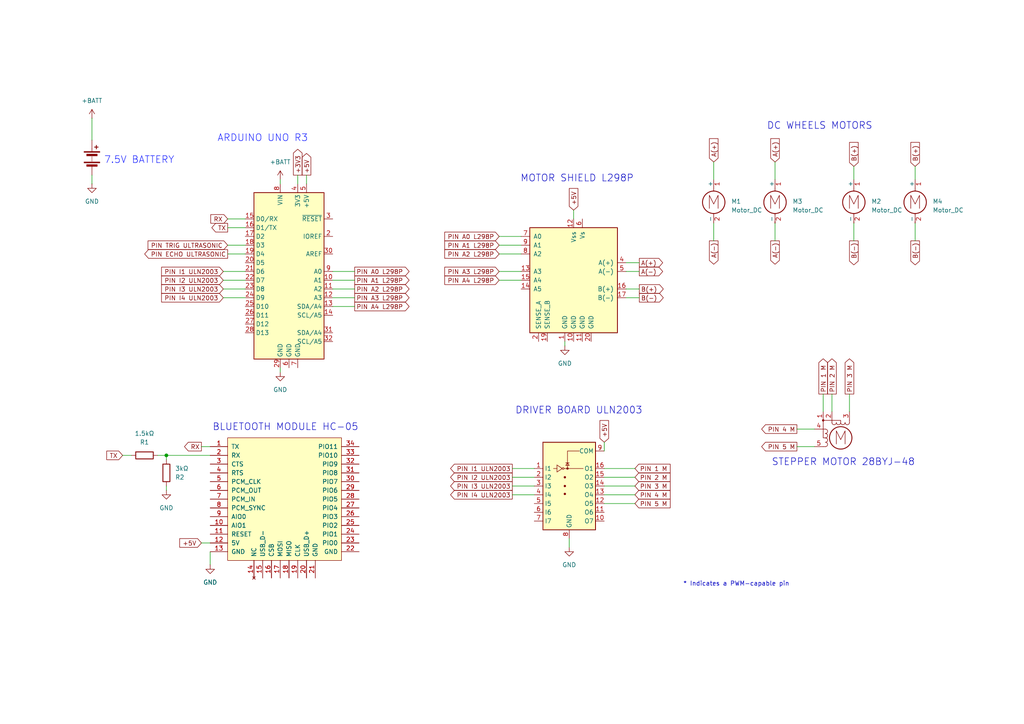
<source format=kicad_sch>
(kicad_sch
	(version 20250114)
	(generator "eeschema")
	(generator_version "9.0")
	(uuid "e63e39d7-6ac0-4ffd-8aa3-1841a4541b55")
	(paper "A4")
	(title_block
		(date "2025-03-18")
	)
	(lib_symbols
		(symbol "Device:Battery"
			(pin_numbers
				(hide yes)
			)
			(pin_names
				(offset 0)
				(hide yes)
			)
			(exclude_from_sim no)
			(in_bom yes)
			(on_board yes)
			(property "Reference" "BT"
				(at 2.54 2.54 0)
				(effects
					(font
						(size 1.27 1.27)
					)
					(justify left)
				)
			)
			(property "Value" "Battery"
				(at 2.54 0 0)
				(effects
					(font
						(size 1.27 1.27)
					)
					(justify left)
				)
			)
			(property "Footprint" ""
				(at 0 1.524 90)
				(effects
					(font
						(size 1.27 1.27)
					)
					(hide yes)
				)
			)
			(property "Datasheet" "~"
				(at 0 1.524 90)
				(effects
					(font
						(size 1.27 1.27)
					)
					(hide yes)
				)
			)
			(property "Description" "Multiple-cell battery"
				(at 0 0 0)
				(effects
					(font
						(size 1.27 1.27)
					)
					(hide yes)
				)
			)
			(property "ki_keywords" "batt voltage-source cell"
				(at 0 0 0)
				(effects
					(font
						(size 1.27 1.27)
					)
					(hide yes)
				)
			)
			(symbol "Battery_0_1"
				(rectangle
					(start -2.286 1.778)
					(end 2.286 1.524)
					(stroke
						(width 0)
						(type default)
					)
					(fill
						(type outline)
					)
				)
				(rectangle
					(start -2.286 -1.27)
					(end 2.286 -1.524)
					(stroke
						(width 0)
						(type default)
					)
					(fill
						(type outline)
					)
				)
				(rectangle
					(start -1.524 1.016)
					(end 1.524 0.508)
					(stroke
						(width 0)
						(type default)
					)
					(fill
						(type outline)
					)
				)
				(rectangle
					(start -1.524 -2.032)
					(end 1.524 -2.54)
					(stroke
						(width 0)
						(type default)
					)
					(fill
						(type outline)
					)
				)
				(polyline
					(pts
						(xy 0 1.778) (xy 0 2.54)
					)
					(stroke
						(width 0)
						(type default)
					)
					(fill
						(type none)
					)
				)
				(polyline
					(pts
						(xy 0 0) (xy 0 0.254)
					)
					(stroke
						(width 0)
						(type default)
					)
					(fill
						(type none)
					)
				)
				(polyline
					(pts
						(xy 0 -0.508) (xy 0 -0.254)
					)
					(stroke
						(width 0)
						(type default)
					)
					(fill
						(type none)
					)
				)
				(polyline
					(pts
						(xy 0 -1.016) (xy 0 -0.762)
					)
					(stroke
						(width 0)
						(type default)
					)
					(fill
						(type none)
					)
				)
				(polyline
					(pts
						(xy 0.762 3.048) (xy 1.778 3.048)
					)
					(stroke
						(width 0.254)
						(type default)
					)
					(fill
						(type none)
					)
				)
				(polyline
					(pts
						(xy 1.27 3.556) (xy 1.27 2.54)
					)
					(stroke
						(width 0.254)
						(type default)
					)
					(fill
						(type none)
					)
				)
			)
			(symbol "Battery_1_1"
				(pin passive line
					(at 0 5.08 270)
					(length 2.54)
					(name "+"
						(effects
							(font
								(size 1.27 1.27)
							)
						)
					)
					(number "1"
						(effects
							(font
								(size 1.27 1.27)
							)
						)
					)
				)
				(pin passive line
					(at 0 -5.08 90)
					(length 2.54)
					(name "-"
						(effects
							(font
								(size 1.27 1.27)
							)
						)
					)
					(number "2"
						(effects
							(font
								(size 1.27 1.27)
							)
						)
					)
				)
			)
			(embedded_fonts no)
		)
		(symbol "Device:R"
			(pin_numbers
				(hide yes)
			)
			(pin_names
				(offset 0)
			)
			(exclude_from_sim no)
			(in_bom yes)
			(on_board yes)
			(property "Reference" "R"
				(at 2.032 0 90)
				(effects
					(font
						(size 1.27 1.27)
					)
				)
			)
			(property "Value" "R"
				(at 0 0 90)
				(effects
					(font
						(size 1.27 1.27)
					)
				)
			)
			(property "Footprint" ""
				(at -1.778 0 90)
				(effects
					(font
						(size 1.27 1.27)
					)
					(hide yes)
				)
			)
			(property "Datasheet" "~"
				(at 0 0 0)
				(effects
					(font
						(size 1.27 1.27)
					)
					(hide yes)
				)
			)
			(property "Description" "Resistor"
				(at 0 0 0)
				(effects
					(font
						(size 1.27 1.27)
					)
					(hide yes)
				)
			)
			(property "ki_keywords" "R res resistor"
				(at 0 0 0)
				(effects
					(font
						(size 1.27 1.27)
					)
					(hide yes)
				)
			)
			(property "ki_fp_filters" "R_*"
				(at 0 0 0)
				(effects
					(font
						(size 1.27 1.27)
					)
					(hide yes)
				)
			)
			(symbol "R_0_1"
				(rectangle
					(start -1.016 -2.54)
					(end 1.016 2.54)
					(stroke
						(width 0.254)
						(type default)
					)
					(fill
						(type none)
					)
				)
			)
			(symbol "R_1_1"
				(pin passive line
					(at 0 3.81 270)
					(length 1.27)
					(name "~"
						(effects
							(font
								(size 1.27 1.27)
							)
						)
					)
					(number "1"
						(effects
							(font
								(size 1.27 1.27)
							)
						)
					)
				)
				(pin passive line
					(at 0 -3.81 90)
					(length 1.27)
					(name "~"
						(effects
							(font
								(size 1.27 1.27)
							)
						)
					)
					(number "2"
						(effects
							(font
								(size 1.27 1.27)
							)
						)
					)
				)
			)
			(embedded_fonts no)
		)
		(symbol "Driver_Motor:L298P"
			(pin_names
				(offset 1.016)
			)
			(exclude_from_sim no)
			(in_bom yes)
			(on_board yes)
			(property "Reference" "U3"
				(at 4.6833 20.32 0)
				(effects
					(font
						(size 1.27 1.27)
					)
					(justify left)
				)
			)
			(property "Value" "L298P"
				(at 4.6833 17.78 0)
				(effects
					(font
						(size 1.27 1.27)
					)
					(justify left)
				)
			)
			(property "Footprint" ""
				(at 3.81 6.35 0)
				(effects
					(font
						(size 1.27 1.27)
					)
					(hide yes)
				)
			)
			(property "Datasheet" "http://www.st.com/st-web-ui/static/active/en/resource/technical/document/datasheet/CD00000240.pdf"
				(at 3.81 6.35 0)
				(effects
					(font
						(size 1.27 1.27)
					)
					(hide yes)
				)
			)
			(property "Description" "Dual full bridge motor driver, up to 46V, 4A"
				(at 0 0 0)
				(effects
					(font
						(size 1.27 1.27)
					)
					(hide yes)
				)
			)
			(property "ki_keywords" "H-bridge motor driver"
				(at 0 0 0)
				(effects
					(font
						(size 1.27 1.27)
					)
					(hide yes)
				)
			)
			(symbol "L298P_0_1"
				(rectangle
					(start -12.7 15.24)
					(end 12.7 -15.24)
					(stroke
						(width 0.254)
						(type default)
					)
					(fill
						(type background)
					)
				)
			)
			(symbol "L298P_1_1"
				(pin input line
					(at -15.24 12.7 0)
					(length 2.54)
					(name "A0"
						(effects
							(font
								(size 1.27 1.27)
							)
						)
					)
					(number "7"
						(effects
							(font
								(size 1.27 1.27)
							)
						)
					)
				)
				(pin input line
					(at -15.24 10.16 0)
					(length 2.54)
					(name "A1"
						(effects
							(font
								(size 1.27 1.27)
							)
						)
					)
					(number "9"
						(effects
							(font
								(size 1.27 1.27)
							)
						)
					)
				)
				(pin input line
					(at -15.24 7.62 0)
					(length 2.54)
					(name "A2"
						(effects
							(font
								(size 1.27 1.27)
							)
						)
					)
					(number "8"
						(effects
							(font
								(size 1.27 1.27)
							)
						)
					)
				)
				(pin input line
					(at -15.24 2.54 0)
					(length 2.54)
					(name "A3"
						(effects
							(font
								(size 1.27 1.27)
							)
						)
					)
					(number "13"
						(effects
							(font
								(size 1.27 1.27)
							)
						)
					)
				)
				(pin input line
					(at -15.24 0 0)
					(length 2.54)
					(name "A4"
						(effects
							(font
								(size 1.27 1.27)
							)
						)
					)
					(number "15"
						(effects
							(font
								(size 1.27 1.27)
							)
						)
					)
				)
				(pin input line
					(at -15.24 -2.54 0)
					(length 2.54)
					(name "A5"
						(effects
							(font
								(size 1.27 1.27)
							)
						)
					)
					(number "14"
						(effects
							(font
								(size 1.27 1.27)
							)
						)
					)
				)
				(pin power_in line
					(at -10.16 -17.78 90)
					(length 2.54)
					(name "SENSE_A"
						(effects
							(font
								(size 1.27 1.27)
							)
						)
					)
					(number "2"
						(effects
							(font
								(size 1.27 1.27)
							)
						)
					)
				)
				(pin power_in line
					(at -7.62 -17.78 90)
					(length 2.54)
					(name "SENSE_B"
						(effects
							(font
								(size 1.27 1.27)
							)
						)
					)
					(number "19"
						(effects
							(font
								(size 1.27 1.27)
							)
						)
					)
				)
				(pin power_in line
					(at -2.54 -17.78 90)
					(length 2.54)
					(name "GND"
						(effects
							(font
								(size 1.27 1.27)
							)
						)
					)
					(number "1"
						(effects
							(font
								(size 1.27 1.27)
							)
						)
					)
				)
				(pin power_in line
					(at 0 17.78 270)
					(length 2.54)
					(name "Vss"
						(effects
							(font
								(size 1.27 1.27)
							)
						)
					)
					(number "12"
						(effects
							(font
								(size 1.27 1.27)
							)
						)
					)
				)
				(pin power_in line
					(at 0 -17.78 90)
					(length 2.54)
					(name "GND"
						(effects
							(font
								(size 1.27 1.27)
							)
						)
					)
					(number "10"
						(effects
							(font
								(size 1.27 1.27)
							)
						)
					)
				)
				(pin power_in line
					(at 2.54 17.78 270)
					(length 2.54)
					(name "Vs"
						(effects
							(font
								(size 1.27 1.27)
							)
						)
					)
					(number "6"
						(effects
							(font
								(size 1.27 1.27)
							)
						)
					)
				)
				(pin power_in line
					(at 2.54 -17.78 90)
					(length 2.54)
					(name "GND"
						(effects
							(font
								(size 1.27 1.27)
							)
						)
					)
					(number "11"
						(effects
							(font
								(size 1.27 1.27)
							)
						)
					)
				)
				(pin power_in line
					(at 5.08 -17.78 90)
					(length 2.54)
					(name "GND"
						(effects
							(font
								(size 1.27 1.27)
							)
						)
					)
					(number "20"
						(effects
							(font
								(size 1.27 1.27)
							)
						)
					)
				)
				(pin no_connect line
					(at 12.7 12.7 180)
					(length 2.54)
					(hide yes)
					(name "NC"
						(effects
							(font
								(size 1.27 1.27)
							)
						)
					)
					(number "3"
						(effects
							(font
								(size 1.27 1.27)
							)
						)
					)
				)
				(pin no_connect line
					(at 12.7 10.16 180)
					(length 2.54)
					(hide yes)
					(name "NC"
						(effects
							(font
								(size 1.27 1.27)
							)
						)
					)
					(number "18"
						(effects
							(font
								(size 1.27 1.27)
							)
						)
					)
				)
				(pin output line
					(at 15.24 5.08 180)
					(length 2.54)
					(name "A(+)"
						(effects
							(font
								(size 1.27 1.27)
							)
						)
					)
					(number "4"
						(effects
							(font
								(size 1.27 1.27)
							)
						)
					)
				)
				(pin output line
					(at 15.24 2.54 180)
					(length 2.54)
					(name "A(-)"
						(effects
							(font
								(size 1.27 1.27)
							)
						)
					)
					(number "5"
						(effects
							(font
								(size 1.27 1.27)
							)
						)
					)
				)
				(pin output line
					(at 15.24 -2.54 180)
					(length 2.54)
					(name "B(+)"
						(effects
							(font
								(size 1.27 1.27)
							)
						)
					)
					(number "16"
						(effects
							(font
								(size 1.27 1.27)
							)
						)
					)
				)
				(pin output line
					(at 15.24 -5.08 180)
					(length 2.54)
					(name "B(-)"
						(effects
							(font
								(size 1.27 1.27)
							)
						)
					)
					(number "17"
						(effects
							(font
								(size 1.27 1.27)
							)
						)
					)
				)
			)
			(embedded_fonts no)
		)
		(symbol "MCE_Modulos:HC-05"
			(pin_names
				(offset 1.016)
			)
			(exclude_from_sim no)
			(in_bom yes)
			(on_board yes)
			(property "Reference" "U1"
				(at 0 22.86 0)
				(effects
					(font
						(size 1.524 1.524)
					)
					(hide yes)
				)
			)
			(property "Value" "HC-05"
				(at 0 20.32 0)
				(effects
					(font
						(size 1.524 1.524)
					)
					(hide yes)
				)
			)
			(property "Footprint" ""
				(at -11.43 -5.08 0)
				(effects
					(font
						(size 1.524 1.524)
					)
					(hide yes)
				)
			)
			(property "Datasheet" ""
				(at -11.43 -5.08 0)
				(effects
					(font
						(size 1.524 1.524)
					)
					(hide yes)
				)
			)
			(property "Description" "Modulo bluetooth HC-05"
				(at 0 0 0)
				(effects
					(font
						(size 1.27 1.27)
					)
					(hide yes)
				)
			)
			(property "ki_keywords" "hc-05"
				(at 0 0 0)
				(effects
					(font
						(size 1.27 1.27)
					)
					(hide yes)
				)
			)
			(symbol "HC-05_0_1"
				(rectangle
					(start -16.51 17.78)
					(end 16.51 -17.78)
					(stroke
						(width 0)
						(type default)
					)
					(fill
						(type background)
					)
				)
			)
			(symbol "HC-05_1_1"
				(pin output line
					(at -21.59 15.24 0)
					(length 5.08)
					(name "TX"
						(effects
							(font
								(size 1.27 1.27)
							)
						)
					)
					(number "1"
						(effects
							(font
								(size 1.27 1.27)
							)
						)
					)
				)
				(pin input line
					(at -21.59 12.7 0)
					(length 5.08)
					(name "RX"
						(effects
							(font
								(size 1.27 1.27)
							)
						)
					)
					(number "2"
						(effects
							(font
								(size 1.27 1.27)
							)
						)
					)
				)
				(pin output line
					(at -21.59 10.16 0)
					(length 5.08)
					(name "CTS"
						(effects
							(font
								(size 1.27 1.27)
							)
						)
					)
					(number "3"
						(effects
							(font
								(size 1.27 1.27)
							)
						)
					)
				)
				(pin input line
					(at -21.59 7.62 0)
					(length 5.08)
					(name "RTS"
						(effects
							(font
								(size 1.27 1.27)
							)
						)
					)
					(number "4"
						(effects
							(font
								(size 1.27 1.27)
							)
						)
					)
				)
				(pin input line
					(at -21.59 5.08 0)
					(length 5.08)
					(name "PCM_CLK"
						(effects
							(font
								(size 1.27 1.27)
							)
						)
					)
					(number "5"
						(effects
							(font
								(size 1.27 1.27)
							)
						)
					)
				)
				(pin output line
					(at -21.59 2.54 0)
					(length 5.08)
					(name "PCM_OUT"
						(effects
							(font
								(size 1.27 1.27)
							)
						)
					)
					(number "6"
						(effects
							(font
								(size 1.27 1.27)
							)
						)
					)
				)
				(pin input line
					(at -21.59 0 0)
					(length 5.08)
					(name "PCM_IN"
						(effects
							(font
								(size 1.27 1.27)
							)
						)
					)
					(number "7"
						(effects
							(font
								(size 1.27 1.27)
							)
						)
					)
				)
				(pin bidirectional line
					(at -21.59 -2.54 0)
					(length 5.08)
					(name "PCM_SYNC"
						(effects
							(font
								(size 1.27 1.27)
							)
						)
					)
					(number "8"
						(effects
							(font
								(size 1.27 1.27)
							)
						)
					)
				)
				(pin bidirectional line
					(at -21.59 -5.08 0)
					(length 5.08)
					(name "AIO0"
						(effects
							(font
								(size 1.27 1.27)
							)
						)
					)
					(number "9"
						(effects
							(font
								(size 1.27 1.27)
							)
						)
					)
				)
				(pin bidirectional line
					(at -21.59 -7.62 0)
					(length 5.08)
					(name "AIO1"
						(effects
							(font
								(size 1.27 1.27)
							)
						)
					)
					(number "10"
						(effects
							(font
								(size 1.27 1.27)
							)
						)
					)
				)
				(pin input line
					(at -21.59 -10.16 0)
					(length 5.08)
					(name "RESET"
						(effects
							(font
								(size 1.27 1.27)
							)
						)
					)
					(number "11"
						(effects
							(font
								(size 1.27 1.27)
							)
						)
					)
				)
				(pin power_in line
					(at -21.59 -12.7 0)
					(length 5.08)
					(name "5V"
						(effects
							(font
								(size 1.27 1.27)
							)
						)
					)
					(number "12"
						(effects
							(font
								(size 1.27 1.27)
							)
						)
					)
				)
				(pin power_in line
					(at -21.59 -15.24 0)
					(length 5.08)
					(name "GND"
						(effects
							(font
								(size 1.27 1.27)
							)
						)
					)
					(number "13"
						(effects
							(font
								(size 1.27 1.27)
							)
						)
					)
				)
				(pin no_connect line
					(at -8.89 -22.86 90)
					(length 5.08)
					(name "NC"
						(effects
							(font
								(size 1.27 1.27)
							)
						)
					)
					(number "14"
						(effects
							(font
								(size 1.27 1.27)
							)
						)
					)
				)
				(pin output line
					(at -6.35 -22.86 90)
					(length 5.08)
					(name "USB_D-"
						(effects
							(font
								(size 1.27 1.27)
							)
						)
					)
					(number "15"
						(effects
							(font
								(size 1.27 1.27)
							)
						)
					)
				)
				(pin input line
					(at -3.81 -22.86 90)
					(length 5.08)
					(name "CSB"
						(effects
							(font
								(size 1.27 1.27)
							)
						)
					)
					(number "16"
						(effects
							(font
								(size 1.27 1.27)
							)
						)
					)
				)
				(pin input line
					(at -1.27 -22.86 90)
					(length 5.08)
					(name "MOSI"
						(effects
							(font
								(size 1.27 1.27)
							)
						)
					)
					(number "17"
						(effects
							(font
								(size 1.27 1.27)
							)
						)
					)
				)
				(pin output line
					(at 1.27 -22.86 90)
					(length 5.08)
					(name "MISO"
						(effects
							(font
								(size 1.27 1.27)
							)
						)
					)
					(number "18"
						(effects
							(font
								(size 1.27 1.27)
							)
						)
					)
				)
				(pin input line
					(at 3.81 -22.86 90)
					(length 5.08)
					(name "CLK"
						(effects
							(font
								(size 1.27 1.27)
							)
						)
					)
					(number "19"
						(effects
							(font
								(size 1.27 1.27)
							)
						)
					)
				)
				(pin input line
					(at 6.35 -22.86 90)
					(length 5.08)
					(name "USB_D+"
						(effects
							(font
								(size 1.27 1.27)
							)
						)
					)
					(number "20"
						(effects
							(font
								(size 1.27 1.27)
							)
						)
					)
				)
				(pin power_in line
					(at 8.89 -22.86 90)
					(length 5.08)
					(name "GND"
						(effects
							(font
								(size 1.27 1.27)
							)
						)
					)
					(number "21"
						(effects
							(font
								(size 1.27 1.27)
							)
						)
					)
				)
				(pin bidirectional line
					(at 21.59 15.24 180)
					(length 5.08)
					(name "PIO11"
						(effects
							(font
								(size 1.27 1.27)
							)
						)
					)
					(number "34"
						(effects
							(font
								(size 1.27 1.27)
							)
						)
					)
				)
				(pin bidirectional line
					(at 21.59 12.7 180)
					(length 5.08)
					(name "PIO10"
						(effects
							(font
								(size 1.27 1.27)
							)
						)
					)
					(number "33"
						(effects
							(font
								(size 1.27 1.27)
							)
						)
					)
				)
				(pin bidirectional line
					(at 21.59 10.16 180)
					(length 5.08)
					(name "PIO9"
						(effects
							(font
								(size 1.27 1.27)
							)
						)
					)
					(number "32"
						(effects
							(font
								(size 1.27 1.27)
							)
						)
					)
				)
				(pin bidirectional line
					(at 21.59 7.62 180)
					(length 5.08)
					(name "PIO8"
						(effects
							(font
								(size 1.27 1.27)
							)
						)
					)
					(number "31"
						(effects
							(font
								(size 1.27 1.27)
							)
						)
					)
				)
				(pin bidirectional line
					(at 21.59 5.08 180)
					(length 5.08)
					(name "PIO7"
						(effects
							(font
								(size 1.27 1.27)
							)
						)
					)
					(number "30"
						(effects
							(font
								(size 1.27 1.27)
							)
						)
					)
				)
				(pin bidirectional line
					(at 21.59 2.54 180)
					(length 5.08)
					(name "PIO6"
						(effects
							(font
								(size 1.27 1.27)
							)
						)
					)
					(number "29"
						(effects
							(font
								(size 1.27 1.27)
							)
						)
					)
				)
				(pin bidirectional line
					(at 21.59 0 180)
					(length 5.08)
					(name "PIO5"
						(effects
							(font
								(size 1.27 1.27)
							)
						)
					)
					(number "28"
						(effects
							(font
								(size 1.27 1.27)
							)
						)
					)
				)
				(pin bidirectional line
					(at 21.59 -2.54 180)
					(length 5.08)
					(name "PIO4"
						(effects
							(font
								(size 1.27 1.27)
							)
						)
					)
					(number "27"
						(effects
							(font
								(size 1.27 1.27)
							)
						)
					)
				)
				(pin bidirectional line
					(at 21.59 -5.08 180)
					(length 5.08)
					(name "PIO3"
						(effects
							(font
								(size 1.27 1.27)
							)
						)
					)
					(number "26"
						(effects
							(font
								(size 1.27 1.27)
							)
						)
					)
				)
				(pin bidirectional line
					(at 21.59 -7.62 180)
					(length 5.08)
					(name "PIO2"
						(effects
							(font
								(size 1.27 1.27)
							)
						)
					)
					(number "25"
						(effects
							(font
								(size 1.27 1.27)
							)
						)
					)
				)
				(pin bidirectional line
					(at 21.59 -10.16 180)
					(length 5.08)
					(name "PIO1"
						(effects
							(font
								(size 1.27 1.27)
							)
						)
					)
					(number "24"
						(effects
							(font
								(size 1.27 1.27)
							)
						)
					)
				)
				(pin bidirectional line
					(at 21.59 -12.7 180)
					(length 5.08)
					(name "PIO0"
						(effects
							(font
								(size 1.27 1.27)
							)
						)
					)
					(number "23"
						(effects
							(font
								(size 1.27 1.27)
							)
						)
					)
				)
				(pin power_in line
					(at 21.59 -15.24 180)
					(length 5.08)
					(name "GND"
						(effects
							(font
								(size 1.27 1.27)
							)
						)
					)
					(number "22"
						(effects
							(font
								(size 1.27 1.27)
							)
						)
					)
				)
			)
			(embedded_fonts no)
		)
		(symbol "MCU_Module:Arduino_UNO_R3"
			(exclude_from_sim no)
			(in_bom yes)
			(on_board yes)
			(property "Reference" "A"
				(at -10.16 23.495 0)
				(effects
					(font
						(size 1.27 1.27)
					)
					(justify left bottom)
				)
			)
			(property "Value" "Arduino_UNO_R3"
				(at 5.08 -26.67 0)
				(effects
					(font
						(size 1.27 1.27)
					)
					(justify left top)
				)
			)
			(property "Footprint" "Module:Arduino_UNO_R3"
				(at 0 0 0)
				(effects
					(font
						(size 1.27 1.27)
						(italic yes)
					)
					(hide yes)
				)
			)
			(property "Datasheet" "https://www.arduino.cc/en/Main/arduinoBoardUno"
				(at 0 0 0)
				(effects
					(font
						(size 1.27 1.27)
					)
					(hide yes)
				)
			)
			(property "Description" "Arduino UNO Microcontroller Module, release 3"
				(at 0 0 0)
				(effects
					(font
						(size 1.27 1.27)
					)
					(hide yes)
				)
			)
			(property "ki_keywords" "Arduino UNO R3 Microcontroller Module Atmel AVR USB"
				(at 0 0 0)
				(effects
					(font
						(size 1.27 1.27)
					)
					(hide yes)
				)
			)
			(property "ki_fp_filters" "Arduino*UNO*R3*"
				(at 0 0 0)
				(effects
					(font
						(size 1.27 1.27)
					)
					(hide yes)
				)
			)
			(symbol "Arduino_UNO_R3_0_1"
				(rectangle
					(start -10.16 22.86)
					(end 10.16 -25.4)
					(stroke
						(width 0.254)
						(type default)
					)
					(fill
						(type background)
					)
				)
			)
			(symbol "Arduino_UNO_R3_1_1"
				(pin bidirectional line
					(at -12.7 15.24 0)
					(length 2.54)
					(name "D0/RX"
						(effects
							(font
								(size 1.27 1.27)
							)
						)
					)
					(number "15"
						(effects
							(font
								(size 1.27 1.27)
							)
						)
					)
				)
				(pin bidirectional line
					(at -12.7 12.7 0)
					(length 2.54)
					(name "D1/TX"
						(effects
							(font
								(size 1.27 1.27)
							)
						)
					)
					(number "16"
						(effects
							(font
								(size 1.27 1.27)
							)
						)
					)
				)
				(pin bidirectional line
					(at -12.7 10.16 0)
					(length 2.54)
					(name "D2"
						(effects
							(font
								(size 1.27 1.27)
							)
						)
					)
					(number "17"
						(effects
							(font
								(size 1.27 1.27)
							)
						)
					)
				)
				(pin bidirectional line
					(at -12.7 7.62 0)
					(length 2.54)
					(name "D3"
						(effects
							(font
								(size 1.27 1.27)
							)
						)
					)
					(number "18"
						(effects
							(font
								(size 1.27 1.27)
							)
						)
					)
				)
				(pin bidirectional line
					(at -12.7 5.08 0)
					(length 2.54)
					(name "D4"
						(effects
							(font
								(size 1.27 1.27)
							)
						)
					)
					(number "19"
						(effects
							(font
								(size 1.27 1.27)
							)
						)
					)
				)
				(pin bidirectional line
					(at -12.7 2.54 0)
					(length 2.54)
					(name "D5"
						(effects
							(font
								(size 1.27 1.27)
							)
						)
					)
					(number "20"
						(effects
							(font
								(size 1.27 1.27)
							)
						)
					)
				)
				(pin bidirectional line
					(at -12.7 0 0)
					(length 2.54)
					(name "D6"
						(effects
							(font
								(size 1.27 1.27)
							)
						)
					)
					(number "21"
						(effects
							(font
								(size 1.27 1.27)
							)
						)
					)
				)
				(pin bidirectional line
					(at -12.7 -2.54 0)
					(length 2.54)
					(name "D7"
						(effects
							(font
								(size 1.27 1.27)
							)
						)
					)
					(number "22"
						(effects
							(font
								(size 1.27 1.27)
							)
						)
					)
				)
				(pin bidirectional line
					(at -12.7 -5.08 0)
					(length 2.54)
					(name "D8"
						(effects
							(font
								(size 1.27 1.27)
							)
						)
					)
					(number "23"
						(effects
							(font
								(size 1.27 1.27)
							)
						)
					)
				)
				(pin bidirectional line
					(at -12.7 -7.62 0)
					(length 2.54)
					(name "D9"
						(effects
							(font
								(size 1.27 1.27)
							)
						)
					)
					(number "24"
						(effects
							(font
								(size 1.27 1.27)
							)
						)
					)
				)
				(pin bidirectional line
					(at -12.7 -10.16 0)
					(length 2.54)
					(name "D10"
						(effects
							(font
								(size 1.27 1.27)
							)
						)
					)
					(number "25"
						(effects
							(font
								(size 1.27 1.27)
							)
						)
					)
				)
				(pin bidirectional line
					(at -12.7 -12.7 0)
					(length 2.54)
					(name "D11"
						(effects
							(font
								(size 1.27 1.27)
							)
						)
					)
					(number "26"
						(effects
							(font
								(size 1.27 1.27)
							)
						)
					)
				)
				(pin bidirectional line
					(at -12.7 -15.24 0)
					(length 2.54)
					(name "D12"
						(effects
							(font
								(size 1.27 1.27)
							)
						)
					)
					(number "27"
						(effects
							(font
								(size 1.27 1.27)
							)
						)
					)
				)
				(pin bidirectional line
					(at -12.7 -17.78 0)
					(length 2.54)
					(name "D13"
						(effects
							(font
								(size 1.27 1.27)
							)
						)
					)
					(number "28"
						(effects
							(font
								(size 1.27 1.27)
							)
						)
					)
				)
				(pin no_connect line
					(at -10.16 -20.32 0)
					(length 2.54)
					(hide yes)
					(name "NC"
						(effects
							(font
								(size 1.27 1.27)
							)
						)
					)
					(number "1"
						(effects
							(font
								(size 1.27 1.27)
							)
						)
					)
				)
				(pin power_in line
					(at -2.54 25.4 270)
					(length 2.54)
					(name "VIN"
						(effects
							(font
								(size 1.27 1.27)
							)
						)
					)
					(number "8"
						(effects
							(font
								(size 1.27 1.27)
							)
						)
					)
				)
				(pin power_in line
					(at -2.54 -27.94 90)
					(length 2.54)
					(name "GND"
						(effects
							(font
								(size 1.27 1.27)
							)
						)
					)
					(number "29"
						(effects
							(font
								(size 1.27 1.27)
							)
						)
					)
				)
				(pin power_in line
					(at 0 -27.94 90)
					(length 2.54)
					(name "GND"
						(effects
							(font
								(size 1.27 1.27)
							)
						)
					)
					(number "6"
						(effects
							(font
								(size 1.27 1.27)
							)
						)
					)
				)
				(pin power_out line
					(at 2.54 25.4 270)
					(length 2.54)
					(name "3V3"
						(effects
							(font
								(size 1.27 1.27)
							)
						)
					)
					(number "4"
						(effects
							(font
								(size 1.27 1.27)
							)
						)
					)
				)
				(pin power_in line
					(at 2.54 -27.94 90)
					(length 2.54)
					(name "GND"
						(effects
							(font
								(size 1.27 1.27)
							)
						)
					)
					(number "7"
						(effects
							(font
								(size 1.27 1.27)
							)
						)
					)
				)
				(pin power_out line
					(at 5.08 25.4 270)
					(length 2.54)
					(name "+5V"
						(effects
							(font
								(size 1.27 1.27)
							)
						)
					)
					(number "5"
						(effects
							(font
								(size 1.27 1.27)
							)
						)
					)
				)
				(pin input line
					(at 12.7 15.24 180)
					(length 2.54)
					(name "~{RESET}"
						(effects
							(font
								(size 1.27 1.27)
							)
						)
					)
					(number "3"
						(effects
							(font
								(size 1.27 1.27)
							)
						)
					)
				)
				(pin output line
					(at 12.7 10.16 180)
					(length 2.54)
					(name "IOREF"
						(effects
							(font
								(size 1.27 1.27)
							)
						)
					)
					(number "2"
						(effects
							(font
								(size 1.27 1.27)
							)
						)
					)
				)
				(pin input line
					(at 12.7 5.08 180)
					(length 2.54)
					(name "AREF"
						(effects
							(font
								(size 1.27 1.27)
							)
						)
					)
					(number "30"
						(effects
							(font
								(size 1.27 1.27)
							)
						)
					)
				)
				(pin bidirectional line
					(at 12.7 0 180)
					(length 2.54)
					(name "A0"
						(effects
							(font
								(size 1.27 1.27)
							)
						)
					)
					(number "9"
						(effects
							(font
								(size 1.27 1.27)
							)
						)
					)
				)
				(pin bidirectional line
					(at 12.7 -2.54 180)
					(length 2.54)
					(name "A1"
						(effects
							(font
								(size 1.27 1.27)
							)
						)
					)
					(number "10"
						(effects
							(font
								(size 1.27 1.27)
							)
						)
					)
				)
				(pin bidirectional line
					(at 12.7 -5.08 180)
					(length 2.54)
					(name "A2"
						(effects
							(font
								(size 1.27 1.27)
							)
						)
					)
					(number "11"
						(effects
							(font
								(size 1.27 1.27)
							)
						)
					)
				)
				(pin bidirectional line
					(at 12.7 -7.62 180)
					(length 2.54)
					(name "A3"
						(effects
							(font
								(size 1.27 1.27)
							)
						)
					)
					(number "12"
						(effects
							(font
								(size 1.27 1.27)
							)
						)
					)
				)
				(pin bidirectional line
					(at 12.7 -10.16 180)
					(length 2.54)
					(name "SDA/A4"
						(effects
							(font
								(size 1.27 1.27)
							)
						)
					)
					(number "13"
						(effects
							(font
								(size 1.27 1.27)
							)
						)
					)
				)
				(pin bidirectional line
					(at 12.7 -12.7 180)
					(length 2.54)
					(name "SCL/A5"
						(effects
							(font
								(size 1.27 1.27)
							)
						)
					)
					(number "14"
						(effects
							(font
								(size 1.27 1.27)
							)
						)
					)
				)
				(pin bidirectional line
					(at 12.7 -17.78 180)
					(length 2.54)
					(name "SDA/A4"
						(effects
							(font
								(size 1.27 1.27)
							)
						)
					)
					(number "31"
						(effects
							(font
								(size 1.27 1.27)
							)
						)
					)
				)
				(pin bidirectional line
					(at 12.7 -20.32 180)
					(length 2.54)
					(name "SCL/A5"
						(effects
							(font
								(size 1.27 1.27)
							)
						)
					)
					(number "32"
						(effects
							(font
								(size 1.27 1.27)
							)
						)
					)
				)
			)
			(embedded_fonts no)
		)
		(symbol "Motor:Motor_DC"
			(pin_names
				(offset 0)
			)
			(exclude_from_sim no)
			(in_bom yes)
			(on_board yes)
			(property "Reference" "M"
				(at 2.54 2.54 0)
				(effects
					(font
						(size 1.27 1.27)
					)
					(justify left)
				)
			)
			(property "Value" "Motor_DC"
				(at 2.54 -5.08 0)
				(effects
					(font
						(size 1.27 1.27)
					)
					(justify left top)
				)
			)
			(property "Footprint" ""
				(at 0 -2.286 0)
				(effects
					(font
						(size 1.27 1.27)
					)
					(hide yes)
				)
			)
			(property "Datasheet" "~"
				(at 0 -2.286 0)
				(effects
					(font
						(size 1.27 1.27)
					)
					(hide yes)
				)
			)
			(property "Description" "DC Motor"
				(at 0 0 0)
				(effects
					(font
						(size 1.27 1.27)
					)
					(hide yes)
				)
			)
			(property "ki_keywords" "DC Motor"
				(at 0 0 0)
				(effects
					(font
						(size 1.27 1.27)
					)
					(hide yes)
				)
			)
			(property "ki_fp_filters" "PinHeader*P2.54mm* TerminalBlock*"
				(at 0 0 0)
				(effects
					(font
						(size 1.27 1.27)
					)
					(hide yes)
				)
			)
			(symbol "Motor_DC_0_0"
				(polyline
					(pts
						(xy -1.27 -3.302) (xy -1.27 0.508) (xy 0 -2.032) (xy 1.27 0.508) (xy 1.27 -3.302)
					)
					(stroke
						(width 0)
						(type default)
					)
					(fill
						(type none)
					)
				)
			)
			(symbol "Motor_DC_0_1"
				(polyline
					(pts
						(xy 0 2.032) (xy 0 2.54)
					)
					(stroke
						(width 0)
						(type default)
					)
					(fill
						(type none)
					)
				)
				(polyline
					(pts
						(xy 0 1.7272) (xy 0 2.0828)
					)
					(stroke
						(width 0)
						(type default)
					)
					(fill
						(type none)
					)
				)
				(circle
					(center 0 -1.524)
					(radius 3.2512)
					(stroke
						(width 0.254)
						(type default)
					)
					(fill
						(type none)
					)
				)
				(polyline
					(pts
						(xy 0 -4.7752) (xy 0 -5.1816)
					)
					(stroke
						(width 0)
						(type default)
					)
					(fill
						(type none)
					)
				)
				(polyline
					(pts
						(xy 0 -7.62) (xy 0 -7.112)
					)
					(stroke
						(width 0)
						(type default)
					)
					(fill
						(type none)
					)
				)
			)
			(symbol "Motor_DC_1_1"
				(pin passive line
					(at 0 5.08 270)
					(length 2.54)
					(name "+"
						(effects
							(font
								(size 1.27 1.27)
							)
						)
					)
					(number "1"
						(effects
							(font
								(size 1.27 1.27)
							)
						)
					)
				)
				(pin passive line
					(at 0 -7.62 90)
					(length 2.54)
					(name "-"
						(effects
							(font
								(size 1.27 1.27)
							)
						)
					)
					(number "2"
						(effects
							(font
								(size 1.27 1.27)
							)
						)
					)
				)
			)
			(embedded_fonts no)
		)
		(symbol "Motor:Stepper_Motor_unipolar_5pin"
			(pin_names
				(offset 0)
				(hide yes)
			)
			(exclude_from_sim no)
			(in_bom yes)
			(on_board yes)
			(property "Reference" "M"
				(at 3.81 2.54 0)
				(effects
					(font
						(size 1.27 1.27)
					)
					(justify left)
				)
			)
			(property "Value" "Stepper_Motor_unipolar_5pin"
				(at 3.81 1.27 0)
				(effects
					(font
						(size 1.27 1.27)
					)
					(justify left top)
				)
			)
			(property "Footprint" ""
				(at 0.254 -0.254 0)
				(effects
					(font
						(size 1.27 1.27)
					)
					(hide yes)
				)
			)
			(property "Datasheet" "http://www.infineon.com/dgdl/Application-Note-TLE8110EE_driving_UniPolarStepperMotor_V1.1.pdf?fileId=db3a30431be39b97011be5d0aa0a00b0"
				(at 0.254 -0.254 0)
				(effects
					(font
						(size 1.27 1.27)
					)
					(hide yes)
				)
			)
			(property "Description" "5-wire unipolar stepper motor"
				(at 0 0 0)
				(effects
					(font
						(size 1.27 1.27)
					)
					(hide yes)
				)
			)
			(property "ki_keywords" "unipolar stepper motor"
				(at 0 0 0)
				(effects
					(font
						(size 1.27 1.27)
					)
					(hide yes)
				)
			)
			(property "ki_fp_filters" "PinHeader*P2.54mm* TerminalBlock*"
				(at 0 0 0)
				(effects
					(font
						(size 1.27 1.27)
					)
					(hide yes)
				)
			)
			(symbol "Stepper_Motor_unipolar_5pin_0_0"
				(polyline
					(pts
						(xy -1.27 -1.778) (xy -1.27 2.032) (xy 0 -0.508) (xy 1.27 2.032) (xy 1.27 -1.778)
					)
					(stroke
						(width 0)
						(type default)
					)
					(fill
						(type none)
					)
				)
			)
			(symbol "Stepper_Motor_unipolar_5pin_0_1"
				(circle
					(center -5.08 5.08)
					(radius 0.0001)
					(stroke
						(width 0)
						(type default)
					)
					(fill
						(type outline)
					)
				)
				(circle
					(center -5.08 5.08)
					(radius 0.254)
					(stroke
						(width 0)
						(type default)
					)
					(fill
						(type outline)
					)
				)
				(polyline
					(pts
						(xy -5.08 5.08) (xy -5.08 0) (xy -4.445 0)
					)
					(stroke
						(width 0)
						(type default)
					)
					(fill
						(type none)
					)
				)
				(polyline
					(pts
						(xy -5.08 2.54) (xy -4.445 2.54)
					)
					(stroke
						(width 0)
						(type default)
					)
					(fill
						(type none)
					)
				)
				(polyline
					(pts
						(xy -5.08 -2.54) (xy -4.445 -2.54)
					)
					(stroke
						(width 0)
						(type default)
					)
					(fill
						(type none)
					)
				)
				(arc
					(start -4.445 2.54)
					(mid -3.8127 1.905)
					(end -4.445 1.27)
					(stroke
						(width 0)
						(type default)
					)
					(fill
						(type none)
					)
				)
				(arc
					(start -4.445 1.27)
					(mid -3.8127 0.635)
					(end -4.445 0)
					(stroke
						(width 0)
						(type default)
					)
					(fill
						(type none)
					)
				)
				(arc
					(start -4.445 0)
					(mid -3.8127 -0.635)
					(end -4.445 -1.27)
					(stroke
						(width 0)
						(type default)
					)
					(fill
						(type none)
					)
				)
				(arc
					(start -4.445 -1.27)
					(mid -3.8127 -1.905)
					(end -4.445 -2.54)
					(stroke
						(width 0)
						(type default)
					)
					(fill
						(type none)
					)
				)
				(polyline
					(pts
						(xy -2.54 4.445) (xy -2.54 5.08)
					)
					(stroke
						(width 0)
						(type default)
					)
					(fill
						(type none)
					)
				)
				(arc
					(start -1.27 4.445)
					(mid -1.905 3.8127)
					(end -2.54 4.445)
					(stroke
						(width 0)
						(type default)
					)
					(fill
						(type none)
					)
				)
				(arc
					(start 0 4.445)
					(mid -0.635 3.8127)
					(end -1.27 4.445)
					(stroke
						(width 0)
						(type default)
					)
					(fill
						(type none)
					)
				)
				(polyline
					(pts
						(xy 0 4.445) (xy 0 5.08) (xy -5.08 5.08)
					)
					(stroke
						(width 0)
						(type default)
					)
					(fill
						(type none)
					)
				)
				(circle
					(center 0 0)
					(radius 3.2512)
					(stroke
						(width 0.254)
						(type default)
					)
					(fill
						(type none)
					)
				)
				(arc
					(start 1.27 4.445)
					(mid 0.635 3.8127)
					(end 0 4.445)
					(stroke
						(width 0)
						(type default)
					)
					(fill
						(type none)
					)
				)
				(arc
					(start 2.54 4.445)
					(mid 1.905 3.8127)
					(end 1.27 4.445)
					(stroke
						(width 0)
						(type default)
					)
					(fill
						(type none)
					)
				)
				(polyline
					(pts
						(xy 2.54 4.445) (xy 2.54 5.08)
					)
					(stroke
						(width 0)
						(type default)
					)
					(fill
						(type none)
					)
				)
			)
			(symbol "Stepper_Motor_unipolar_5pin_1_1"
				(pin passive line
					(at -7.62 2.54 0)
					(length 2.54)
					(name "~"
						(effects
							(font
								(size 1.27 1.27)
							)
						)
					)
					(number "4"
						(effects
							(font
								(size 1.27 1.27)
							)
						)
					)
				)
				(pin passive line
					(at -7.62 -2.54 0)
					(length 2.54)
					(name "~"
						(effects
							(font
								(size 1.27 1.27)
							)
						)
					)
					(number "5"
						(effects
							(font
								(size 1.27 1.27)
							)
						)
					)
				)
				(pin passive line
					(at -5.08 7.62 270)
					(length 2.54)
					(name "~"
						(effects
							(font
								(size 1.27 1.27)
							)
						)
					)
					(number "1"
						(effects
							(font
								(size 1.27 1.27)
							)
						)
					)
				)
				(pin passive line
					(at -2.54 7.62 270)
					(length 2.54)
					(name "~"
						(effects
							(font
								(size 1.27 1.27)
							)
						)
					)
					(number "2"
						(effects
							(font
								(size 1.27 1.27)
							)
						)
					)
				)
				(pin passive line
					(at 2.54 7.62 270)
					(length 2.54)
					(name "-"
						(effects
							(font
								(size 1.27 1.27)
							)
						)
					)
					(number "3"
						(effects
							(font
								(size 1.27 1.27)
							)
						)
					)
				)
			)
			(embedded_fonts no)
		)
		(symbol "R_1"
			(pin_numbers
				(hide yes)
			)
			(pin_names
				(offset 0)
			)
			(exclude_from_sim no)
			(in_bom yes)
			(on_board yes)
			(property "Reference" "2kΩ"
				(at 2.54 1.2701 0)
				(effects
					(font
						(size 1.27 1.27)
					)
					(justify left)
				)
			)
			(property "Value" "R"
				(at 2.54 -1.2699 0)
				(effects
					(font
						(size 1.27 1.27)
					)
					(justify left)
				)
			)
			(property "Footprint" ""
				(at -1.778 0 90)
				(effects
					(font
						(size 1.27 1.27)
					)
					(hide yes)
				)
			)
			(property "Datasheet" "~"
				(at 0 0 0)
				(effects
					(font
						(size 1.27 1.27)
					)
					(hide yes)
				)
			)
			(property "Description" "Resistor"
				(at 0 0 0)
				(effects
					(font
						(size 1.27 1.27)
					)
					(hide yes)
				)
			)
			(property "ki_keywords" "R res resistor"
				(at 0 0 0)
				(effects
					(font
						(size 1.27 1.27)
					)
					(hide yes)
				)
			)
			(property "ki_fp_filters" "R_*"
				(at 0 0 0)
				(effects
					(font
						(size 1.27 1.27)
					)
					(hide yes)
				)
			)
			(symbol "R_1_0_1"
				(rectangle
					(start -1.016 -2.54)
					(end 1.016 2.54)
					(stroke
						(width 0.254)
						(type default)
					)
					(fill
						(type none)
					)
				)
			)
			(symbol "R_1_1_1"
				(pin passive line
					(at 0 3.81 270)
					(length 1.27)
					(name "~"
						(effects
							(font
								(size 1.27 1.27)
							)
						)
					)
					(number "1"
						(effects
							(font
								(size 1.27 1.27)
							)
						)
					)
				)
				(pin passive line
					(at 0 -3.81 90)
					(length 1.27)
					(name "~"
						(effects
							(font
								(size 1.27 1.27)
							)
						)
					)
					(number "2"
						(effects
							(font
								(size 1.27 1.27)
							)
						)
					)
				)
			)
			(embedded_fonts no)
		)
		(symbol "StepperDriver-cache:ULN2003A"
			(exclude_from_sim no)
			(in_bom yes)
			(on_board yes)
			(property "Reference" "U"
				(at 0 15.875 0)
				(effects
					(font
						(size 1.27 1.27)
					)
				)
			)
			(property "Value" "ULN2003A"
				(at 0 13.97 0)
				(effects
					(font
						(size 1.27 1.27)
					)
				)
			)
			(property "Footprint" ""
				(at 1.27 -13.97 0)
				(effects
					(font
						(size 1.27 1.27)
					)
					(justify left)
					(hide yes)
				)
			)
			(property "Datasheet" ""
				(at 2.54 -5.08 0)
				(effects
					(font
						(size 1.27 1.27)
					)
					(hide yes)
				)
			)
			(property "Description" ""
				(at 0 0 0)
				(effects
					(font
						(size 1.27 1.27)
					)
					(hide yes)
				)
			)
			(property "ki_fp_filters" "DIP*W7.62mm* SOIC*3.9x9.9mm*P1.27mm* SSOP*4.4x5.2mm*P0.65mm* TSSOP*4.4x5mm*P0.65mm* SOIC*W*5.3x10.2mm*P1.27mm*"
				(at 0 0 0)
				(effects
					(font
						(size 1.27 1.27)
					)
					(hide yes)
				)
			)
			(symbol "ULN2003A_0_1"
				(rectangle
					(start -7.62 -12.7)
					(end 7.62 12.7)
					(stroke
						(width 0.254)
						(type solid)
					)
					(fill
						(type background)
					)
				)
				(polyline
					(pts
						(xy -4.572 5.08) (xy -3.556 5.08)
					)
					(stroke
						(width 0)
						(type solid)
					)
					(fill
						(type none)
					)
				)
				(polyline
					(pts
						(xy -3.556 6.096) (xy -3.556 4.064) (xy -2.032 5.08) (xy -3.556 6.096)
					)
					(stroke
						(width 0)
						(type solid)
					)
					(fill
						(type none)
					)
				)
				(circle
					(center -1.778 5.08)
					(radius 0.254)
					(stroke
						(width 0)
						(type solid)
					)
					(fill
						(type none)
					)
				)
				(polyline
					(pts
						(xy -1.524 5.08) (xy 4.064 5.08)
					)
					(stroke
						(width 0)
						(type solid)
					)
					(fill
						(type none)
					)
				)
				(circle
					(center -1.27 2.54)
					(radius 0.254)
					(stroke
						(width 0)
						(type solid)
					)
					(fill
						(type outline)
					)
				)
				(circle
					(center -1.27 0)
					(radius 0.254)
					(stroke
						(width 0)
						(type solid)
					)
					(fill
						(type outline)
					)
				)
				(circle
					(center -1.27 -2.286)
					(radius 0.254)
					(stroke
						(width 0)
						(type solid)
					)
					(fill
						(type outline)
					)
				)
				(circle
					(center -0.508 5.08)
					(radius 0.254)
					(stroke
						(width 0)
						(type solid)
					)
					(fill
						(type outline)
					)
				)
				(polyline
					(pts
						(xy -0.508 5.08) (xy -0.508 10.16) (xy 2.921 10.16)
					)
					(stroke
						(width 0)
						(type solid)
					)
					(fill
						(type none)
					)
				)
				(polyline
					(pts
						(xy 0 6.731) (xy -1.016 6.731)
					)
					(stroke
						(width 0)
						(type solid)
					)
					(fill
						(type none)
					)
				)
				(polyline
					(pts
						(xy 0 5.969) (xy -1.016 5.969) (xy -0.508 6.731) (xy 0 5.969)
					)
					(stroke
						(width 0)
						(type solid)
					)
					(fill
						(type none)
					)
				)
			)
			(symbol "ULN2003A_1_1"
				(pin input line
					(at -10.16 5.08 0)
					(length 2.54)
					(name "I1"
						(effects
							(font
								(size 1.27 1.27)
							)
						)
					)
					(number "1"
						(effects
							(font
								(size 1.27 1.27)
							)
						)
					)
				)
				(pin input line
					(at -10.16 2.54 0)
					(length 2.54)
					(name "I2"
						(effects
							(font
								(size 1.27 1.27)
							)
						)
					)
					(number "2"
						(effects
							(font
								(size 1.27 1.27)
							)
						)
					)
				)
				(pin input line
					(at -10.16 0 0)
					(length 2.54)
					(name "I3"
						(effects
							(font
								(size 1.27 1.27)
							)
						)
					)
					(number "3"
						(effects
							(font
								(size 1.27 1.27)
							)
						)
					)
				)
				(pin input line
					(at -10.16 -2.54 0)
					(length 2.54)
					(name "I4"
						(effects
							(font
								(size 1.27 1.27)
							)
						)
					)
					(number "4"
						(effects
							(font
								(size 1.27 1.27)
							)
						)
					)
				)
				(pin input line
					(at -10.16 -5.08 0)
					(length 2.54)
					(name "I5"
						(effects
							(font
								(size 1.27 1.27)
							)
						)
					)
					(number "5"
						(effects
							(font
								(size 1.27 1.27)
							)
						)
					)
				)
				(pin input line
					(at -10.16 -7.62 0)
					(length 2.54)
					(name "I6"
						(effects
							(font
								(size 1.27 1.27)
							)
						)
					)
					(number "6"
						(effects
							(font
								(size 1.27 1.27)
							)
						)
					)
				)
				(pin input line
					(at -10.16 -10.16 0)
					(length 2.54)
					(name "I7"
						(effects
							(font
								(size 1.27 1.27)
							)
						)
					)
					(number "7"
						(effects
							(font
								(size 1.27 1.27)
							)
						)
					)
				)
				(pin power_in line
					(at 0 -15.24 90)
					(length 2.54)
					(name "GND"
						(effects
							(font
								(size 1.27 1.27)
							)
						)
					)
					(number "8"
						(effects
							(font
								(size 1.27 1.27)
							)
						)
					)
				)
				(pin passive line
					(at 10.16 10.16 180)
					(length 2.54)
					(name "COM"
						(effects
							(font
								(size 1.27 1.27)
							)
						)
					)
					(number "9"
						(effects
							(font
								(size 1.27 1.27)
							)
						)
					)
				)
				(pin open_collector line
					(at 10.16 5.08 180)
					(length 2.54)
					(name "O1"
						(effects
							(font
								(size 1.27 1.27)
							)
						)
					)
					(number "16"
						(effects
							(font
								(size 1.27 1.27)
							)
						)
					)
				)
				(pin open_collector line
					(at 10.16 2.54 180)
					(length 2.54)
					(name "O2"
						(effects
							(font
								(size 1.27 1.27)
							)
						)
					)
					(number "15"
						(effects
							(font
								(size 1.27 1.27)
							)
						)
					)
				)
				(pin open_collector line
					(at 10.16 0 180)
					(length 2.54)
					(name "O3"
						(effects
							(font
								(size 1.27 1.27)
							)
						)
					)
					(number "14"
						(effects
							(font
								(size 1.27 1.27)
							)
						)
					)
				)
				(pin open_collector line
					(at 10.16 -2.54 180)
					(length 2.54)
					(name "O4"
						(effects
							(font
								(size 1.27 1.27)
							)
						)
					)
					(number "13"
						(effects
							(font
								(size 1.27 1.27)
							)
						)
					)
				)
				(pin open_collector line
					(at 10.16 -5.08 180)
					(length 2.54)
					(name "O5"
						(effects
							(font
								(size 1.27 1.27)
							)
						)
					)
					(number "12"
						(effects
							(font
								(size 1.27 1.27)
							)
						)
					)
				)
				(pin open_collector line
					(at 10.16 -7.62 180)
					(length 2.54)
					(name "O6"
						(effects
							(font
								(size 1.27 1.27)
							)
						)
					)
					(number "11"
						(effects
							(font
								(size 1.27 1.27)
							)
						)
					)
				)
				(pin open_collector line
					(at 10.16 -10.16 180)
					(length 2.54)
					(name "O7"
						(effects
							(font
								(size 1.27 1.27)
							)
						)
					)
					(number "10"
						(effects
							(font
								(size 1.27 1.27)
							)
						)
					)
				)
			)
			(embedded_fonts no)
		)
		(symbol "power:+BATT"
			(power)
			(pin_numbers
				(hide yes)
			)
			(pin_names
				(offset 0)
				(hide yes)
			)
			(exclude_from_sim no)
			(in_bom yes)
			(on_board yes)
			(property "Reference" "#PWR"
				(at 0 -3.81 0)
				(effects
					(font
						(size 1.27 1.27)
					)
					(hide yes)
				)
			)
			(property "Value" "+BATT"
				(at 0 3.556 0)
				(effects
					(font
						(size 1.27 1.27)
					)
				)
			)
			(property "Footprint" ""
				(at 0 0 0)
				(effects
					(font
						(size 1.27 1.27)
					)
					(hide yes)
				)
			)
			(property "Datasheet" ""
				(at 0 0 0)
				(effects
					(font
						(size 1.27 1.27)
					)
					(hide yes)
				)
			)
			(property "Description" "Power symbol creates a global label with name \"+BATT\""
				(at 0 0 0)
				(effects
					(font
						(size 1.27 1.27)
					)
					(hide yes)
				)
			)
			(property "ki_keywords" "global power battery"
				(at 0 0 0)
				(effects
					(font
						(size 1.27 1.27)
					)
					(hide yes)
				)
			)
			(symbol "+BATT_0_1"
				(polyline
					(pts
						(xy -0.762 1.27) (xy 0 2.54)
					)
					(stroke
						(width 0)
						(type default)
					)
					(fill
						(type none)
					)
				)
				(polyline
					(pts
						(xy 0 2.54) (xy 0.762 1.27)
					)
					(stroke
						(width 0)
						(type default)
					)
					(fill
						(type none)
					)
				)
				(polyline
					(pts
						(xy 0 0) (xy 0 2.54)
					)
					(stroke
						(width 0)
						(type default)
					)
					(fill
						(type none)
					)
				)
			)
			(symbol "+BATT_1_1"
				(pin power_in line
					(at 0 0 90)
					(length 0)
					(name "~"
						(effects
							(font
								(size 1.27 1.27)
							)
						)
					)
					(number "1"
						(effects
							(font
								(size 1.27 1.27)
							)
						)
					)
				)
			)
			(embedded_fonts no)
		)
		(symbol "power:GND"
			(power)
			(pin_numbers
				(hide yes)
			)
			(pin_names
				(offset 0)
				(hide yes)
			)
			(exclude_from_sim no)
			(in_bom yes)
			(on_board yes)
			(property "Reference" "#PWR"
				(at 0 -6.35 0)
				(effects
					(font
						(size 1.27 1.27)
					)
					(hide yes)
				)
			)
			(property "Value" "GND"
				(at 0 -3.81 0)
				(effects
					(font
						(size 1.27 1.27)
					)
				)
			)
			(property "Footprint" ""
				(at 0 0 0)
				(effects
					(font
						(size 1.27 1.27)
					)
					(hide yes)
				)
			)
			(property "Datasheet" ""
				(at 0 0 0)
				(effects
					(font
						(size 1.27 1.27)
					)
					(hide yes)
				)
			)
			(property "Description" "Power symbol creates a global label with name \"GND\" , ground"
				(at 0 0 0)
				(effects
					(font
						(size 1.27 1.27)
					)
					(hide yes)
				)
			)
			(property "ki_keywords" "global power"
				(at 0 0 0)
				(effects
					(font
						(size 1.27 1.27)
					)
					(hide yes)
				)
			)
			(symbol "GND_0_1"
				(polyline
					(pts
						(xy 0 0) (xy 0 -1.27) (xy 1.27 -1.27) (xy 0 -2.54) (xy -1.27 -1.27) (xy 0 -1.27)
					)
					(stroke
						(width 0)
						(type default)
					)
					(fill
						(type none)
					)
				)
			)
			(symbol "GND_1_1"
				(pin power_in line
					(at 0 0 270)
					(length 0)
					(name "~"
						(effects
							(font
								(size 1.27 1.27)
							)
						)
					)
					(number "1"
						(effects
							(font
								(size 1.27 1.27)
							)
						)
					)
				)
			)
			(embedded_fonts no)
		)
	)
	(text "DC WHEELS MOTORS"
		(exclude_from_sim no)
		(at 237.744 36.576 0)
		(effects
			(font
				(size 2 2)
			)
		)
		(uuid "0593038e-0e8c-4783-90a5-aa851826910a")
	)
	(text "BLUETOOTH MODULE HC-05\n"
		(exclude_from_sim no)
		(at 82.804 123.952 0)
		(effects
			(font
				(size 2 2)
			)
		)
		(uuid "85b98cc8-7b49-4dc6-b58d-19e0e2309f17")
	)
	(text "ARDUINO UNO R3"
		(exclude_from_sim no)
		(at 76.2 40.132 0)
		(effects
			(font
				(size 2 2)
				(color 15 24 255 1)
			)
		)
		(uuid "8cf115d0-7d8f-4c09-a5af-33a6fba407bf")
	)
	(text "MOTOR SHIELD L298P\n"
		(exclude_from_sim no)
		(at 167.386 51.816 0)
		(effects
			(font
				(size 2 2)
			)
		)
		(uuid "a2625de3-0596-4fdf-b050-b3be5b3d81c3")
	)
	(text "STEPPER MOTOR 28BYJ-48\n"
		(exclude_from_sim no)
		(at 244.602 134.112 0)
		(effects
			(font
				(size 2 2)
			)
		)
		(uuid "a390babe-c437-4c49-b1e3-5b0f9ee0b447")
	)
	(text "7.5V BATTERY\n"
		(exclude_from_sim no)
		(at 40.386 46.482 0)
		(effects
			(font
				(size 2 2)
				(color 15 24 255 1)
			)
		)
		(uuid "ae66ab5f-ca30-4b27-a42c-c27cb634655a")
	)
	(text "* Indicates a PWM-capable pin"
		(exclude_from_sim no)
		(at 198.12 170.18 0)
		(effects
			(font
				(size 1.27 1.27)
			)
			(justify left bottom)
		)
		(uuid "c364973a-9a67-4667-8185-a3a5c6c6cbdf")
	)
	(text "DRIVER BOARD ULN2003\n"
		(exclude_from_sim no)
		(at 167.894 119.126 0)
		(effects
			(font
				(size 2 2)
			)
		)
		(uuid "e3bbb1f9-5acb-43cc-a0fb-2e475491f625")
	)
	(junction
		(at 48.26 132.08)
		(diameter 0)
		(color 0 0 0 0)
		(uuid "e2a59134-f255-4b51-a928-42384a9a7026")
	)
	(wire
		(pts
			(xy 265.43 64.77) (xy 265.43 69.85)
		)
		(stroke
			(width 0)
			(type default)
		)
		(uuid "0239da60-bd54-496e-a6be-53a170d6e313")
	)
	(wire
		(pts
			(xy 163.83 99.06) (xy 163.83 100.33)
		)
		(stroke
			(width 0)
			(type default)
		)
		(uuid "02b205d6-8f55-4adb-8867-51ba455dbfe2")
	)
	(wire
		(pts
			(xy 96.52 83.82) (xy 102.87 83.82)
		)
		(stroke
			(width 0)
			(type default)
		)
		(uuid "03e8c864-3cc8-4421-8eca-7b6e3f6dfd60")
	)
	(wire
		(pts
			(xy 58.42 157.48) (xy 60.96 157.48)
		)
		(stroke
			(width 0)
			(type default)
		)
		(uuid "05e9d627-2e01-40fa-8574-14e0ab2104db")
	)
	(wire
		(pts
			(xy 64.77 83.82) (xy 71.12 83.82)
		)
		(stroke
			(width 0)
			(type default)
		)
		(uuid "14f79d35-cbf1-41a4-b6b5-e4c28cc24701")
	)
	(wire
		(pts
			(xy 144.78 73.66) (xy 151.13 73.66)
		)
		(stroke
			(width 0)
			(type default)
		)
		(uuid "16dfb80f-8699-44fb-8b3e-b7aa747c3c9a")
	)
	(wire
		(pts
			(xy 181.61 76.2) (xy 185.42 76.2)
		)
		(stroke
			(width 0)
			(type default)
		)
		(uuid "1701a53e-2de7-4fd5-8362-55a465669c16")
	)
	(wire
		(pts
			(xy 246.38 114.3) (xy 246.38 119.38)
		)
		(stroke
			(width 0)
			(type default)
		)
		(uuid "199b22b8-c506-41fc-b3a2-2aac87b28759")
	)
	(wire
		(pts
			(xy 26.67 34.29) (xy 26.67 40.64)
		)
		(stroke
			(width 0)
			(type default)
		)
		(uuid "1ea2faec-b9da-4f3a-bd54-8bd854c02dab")
	)
	(wire
		(pts
			(xy 165.1 156.21) (xy 165.1 158.75)
		)
		(stroke
			(width 0)
			(type default)
		)
		(uuid "1fd934aa-8fdf-42d1-b3c2-ac5c46d3d663")
	)
	(wire
		(pts
			(xy 247.65 64.77) (xy 247.65 69.85)
		)
		(stroke
			(width 0)
			(type default)
		)
		(uuid "24c4903e-0f6b-4400-aad3-80d6c39a1a36")
	)
	(wire
		(pts
			(xy 181.61 86.36) (xy 185.42 86.36)
		)
		(stroke
			(width 0)
			(type default)
		)
		(uuid "2547fe21-9e40-406e-a266-5776005f6998")
	)
	(wire
		(pts
			(xy 64.77 81.28) (xy 71.12 81.28)
		)
		(stroke
			(width 0)
			(type default)
		)
		(uuid "26035f5f-96b9-4eef-ab18-d02bff6b4344")
	)
	(wire
		(pts
			(xy 148.59 140.97) (xy 154.94 140.97)
		)
		(stroke
			(width 0)
			(type default)
		)
		(uuid "2af9f99d-c68d-4ba6-adad-3061e9fde90e")
	)
	(wire
		(pts
			(xy 96.52 78.74) (xy 102.87 78.74)
		)
		(stroke
			(width 0)
			(type default)
		)
		(uuid "35a881c9-fcf0-45a4-8374-2015b0c52c44")
	)
	(wire
		(pts
			(xy 207.01 46.99) (xy 207.01 52.07)
		)
		(stroke
			(width 0)
			(type default)
		)
		(uuid "425e6135-1d0f-4eec-a146-f08eab0d43f0")
	)
	(wire
		(pts
			(xy 166.37 60.96) (xy 166.37 63.5)
		)
		(stroke
			(width 0)
			(type default)
		)
		(uuid "42bbd115-8ef0-4448-9e62-719abb42770a")
	)
	(wire
		(pts
			(xy 26.67 50.8) (xy 26.67 53.34)
		)
		(stroke
			(width 0)
			(type default)
		)
		(uuid "4c0b42d2-00d9-45d5-869a-04f363b39b20")
	)
	(wire
		(pts
			(xy 224.79 64.77) (xy 224.79 69.85)
		)
		(stroke
			(width 0)
			(type default)
		)
		(uuid "4c101da9-7875-4046-87cd-9d904862ef75")
	)
	(wire
		(pts
			(xy 86.36 50.8) (xy 86.36 53.34)
		)
		(stroke
			(width 0)
			(type default)
		)
		(uuid "4cd2a94a-d37c-4c1c-b278-6f0b870f3f5b")
	)
	(wire
		(pts
			(xy 35.56 132.08) (xy 38.1 132.08)
		)
		(stroke
			(width 0)
			(type default)
		)
		(uuid "4d6ca066-4113-44fc-a17f-9907f3f55519")
	)
	(wire
		(pts
			(xy 148.59 135.89) (xy 154.94 135.89)
		)
		(stroke
			(width 0)
			(type default)
		)
		(uuid "4f2d439f-1e19-40da-8d2d-699691ddf689")
	)
	(wire
		(pts
			(xy 96.52 81.28) (xy 102.87 81.28)
		)
		(stroke
			(width 0)
			(type default)
		)
		(uuid "51666c51-1fd8-474a-ba7d-7b6a85ac9926")
	)
	(wire
		(pts
			(xy 265.43 48.26) (xy 265.43 52.07)
		)
		(stroke
			(width 0)
			(type default)
		)
		(uuid "53567443-c5f8-44a2-b071-9c87157c2ef1")
	)
	(wire
		(pts
			(xy 247.65 48.26) (xy 247.65 52.07)
		)
		(stroke
			(width 0)
			(type default)
		)
		(uuid "578767c2-5092-481b-99c7-860d5707372c")
	)
	(wire
		(pts
			(xy 60.96 160.02) (xy 60.96 163.83)
		)
		(stroke
			(width 0)
			(type default)
		)
		(uuid "61d4ca85-3fde-4195-bbf6-c980b4a4f510")
	)
	(wire
		(pts
			(xy 144.78 78.74) (xy 151.13 78.74)
		)
		(stroke
			(width 0)
			(type default)
		)
		(uuid "642733bb-fee1-4a57-8d64-6851b214a7d9")
	)
	(wire
		(pts
			(xy 66.04 71.12) (xy 71.12 71.12)
		)
		(stroke
			(width 0)
			(type default)
		)
		(uuid "6d98eef1-ab7e-4306-a8a2-640b3dac0329")
	)
	(wire
		(pts
			(xy 175.26 143.51) (xy 184.15 143.51)
		)
		(stroke
			(width 0)
			(type default)
		)
		(uuid "71390fcd-0eed-4927-b6b5-b025e24fd095")
	)
	(wire
		(pts
			(xy 64.77 86.36) (xy 71.12 86.36)
		)
		(stroke
			(width 0)
			(type default)
		)
		(uuid "71925722-9ad7-4013-ba0c-ec88e1dd7d6d")
	)
	(wire
		(pts
			(xy 64.77 78.74) (xy 71.12 78.74)
		)
		(stroke
			(width 0)
			(type default)
		)
		(uuid "72ca267b-6c4b-43b7-b65f-bd175dd9f9c2")
	)
	(wire
		(pts
			(xy 207.01 64.77) (xy 207.01 69.85)
		)
		(stroke
			(width 0)
			(type default)
		)
		(uuid "7bd04fce-f816-4575-bf90-e7d11c646336")
	)
	(wire
		(pts
			(xy 81.28 106.68) (xy 81.28 107.95)
		)
		(stroke
			(width 0)
			(type default)
		)
		(uuid "8a822a65-f357-4c3e-9f93-66d4cf5dede6")
	)
	(wire
		(pts
			(xy 238.76 114.3) (xy 238.76 119.38)
		)
		(stroke
			(width 0)
			(type default)
		)
		(uuid "8b9e540c-0f07-46f5-9da5-627ad1ed9ac1")
	)
	(wire
		(pts
			(xy 231.14 129.54) (xy 236.22 129.54)
		)
		(stroke
			(width 0)
			(type default)
		)
		(uuid "8eec3908-f0f2-49a4-9396-8038d2fb7b25")
	)
	(wire
		(pts
			(xy 66.04 63.5) (xy 71.12 63.5)
		)
		(stroke
			(width 0)
			(type default)
		)
		(uuid "90c32d6d-48ba-44b8-a7bd-fe47ac9e44f3")
	)
	(wire
		(pts
			(xy 96.52 86.36) (xy 102.87 86.36)
		)
		(stroke
			(width 0)
			(type default)
		)
		(uuid "91fe8d99-2a4b-4c9b-b975-9210f2755f63")
	)
	(wire
		(pts
			(xy 224.79 46.99) (xy 224.79 52.07)
		)
		(stroke
			(width 0)
			(type default)
		)
		(uuid "97809cb0-cea5-4e53-9fe1-cd2863138d86")
	)
	(wire
		(pts
			(xy 81.28 52.07) (xy 81.28 53.34)
		)
		(stroke
			(width 0)
			(type default)
		)
		(uuid "9d538b64-a122-4ff8-b419-dc37e2c66939")
	)
	(wire
		(pts
			(xy 175.26 146.05) (xy 184.15 146.05)
		)
		(stroke
			(width 0)
			(type default)
		)
		(uuid "9ef23a19-d843-4675-adff-61362906691c")
	)
	(wire
		(pts
			(xy 148.59 143.51) (xy 154.94 143.51)
		)
		(stroke
			(width 0)
			(type default)
		)
		(uuid "a5170b3d-3376-48a2-aab9-c927a66a1b3b")
	)
	(wire
		(pts
			(xy 231.14 124.46) (xy 236.22 124.46)
		)
		(stroke
			(width 0)
			(type default)
		)
		(uuid "a87c3526-b7b4-46a5-a801-b5c21816f064")
	)
	(wire
		(pts
			(xy 66.04 66.04) (xy 71.12 66.04)
		)
		(stroke
			(width 0)
			(type default)
		)
		(uuid "aa02cfe8-b9ea-4f3b-8a78-3e0e1cf013dd")
	)
	(wire
		(pts
			(xy 175.26 128.27) (xy 175.26 130.81)
		)
		(stroke
			(width 0)
			(type default)
		)
		(uuid "abf37a3a-162c-41d1-bb80-47b58ebe2797")
	)
	(wire
		(pts
			(xy 144.78 81.28) (xy 151.13 81.28)
		)
		(stroke
			(width 0)
			(type default)
		)
		(uuid "b72ed0b3-cdd2-4231-a647-a8145e3215dc")
	)
	(wire
		(pts
			(xy 144.78 68.58) (xy 151.13 68.58)
		)
		(stroke
			(width 0)
			(type default)
		)
		(uuid "c5abf810-a7b5-49f6-b18a-b53619fce709")
	)
	(wire
		(pts
			(xy 181.61 78.74) (xy 185.42 78.74)
		)
		(stroke
			(width 0)
			(type default)
		)
		(uuid "ca45bf2a-9387-46dd-a424-5e48d757a8e1")
	)
	(wire
		(pts
			(xy 96.52 88.9) (xy 102.87 88.9)
		)
		(stroke
			(width 0)
			(type default)
		)
		(uuid "cb6ab40a-0ef1-431d-9963-33279712169f")
	)
	(wire
		(pts
			(xy 181.61 83.82) (xy 185.42 83.82)
		)
		(stroke
			(width 0)
			(type default)
		)
		(uuid "d0669fdb-c772-4aa1-a738-cd4d1cf08cf7")
	)
	(wire
		(pts
			(xy 144.78 71.12) (xy 151.13 71.12)
		)
		(stroke
			(width 0)
			(type default)
		)
		(uuid "d0b41bd3-4420-470f-b712-07e50863de76")
	)
	(wire
		(pts
			(xy 48.26 140.97) (xy 48.26 142.24)
		)
		(stroke
			(width 0)
			(type default)
		)
		(uuid "d7ca76ba-3c65-4163-9763-4466e5fe1ac8")
	)
	(wire
		(pts
			(xy 58.42 129.54) (xy 60.96 129.54)
		)
		(stroke
			(width 0)
			(type default)
		)
		(uuid "d7d03a45-f19f-4480-ba8f-b70147fd6a43")
	)
	(wire
		(pts
			(xy 148.59 138.43) (xy 154.94 138.43)
		)
		(stroke
			(width 0)
			(type default)
		)
		(uuid "da2a099a-626c-4833-951e-2b52eb1d18cd")
	)
	(wire
		(pts
			(xy 241.3 114.3) (xy 241.3 119.38)
		)
		(stroke
			(width 0)
			(type default)
		)
		(uuid "da8c56fb-790a-481d-968d-fc2e5a45e523")
	)
	(wire
		(pts
			(xy 45.72 132.08) (xy 48.26 132.08)
		)
		(stroke
			(width 0)
			(type default)
		)
		(uuid "dee452df-cfd4-47d0-8d8d-b35681b59456")
	)
	(wire
		(pts
			(xy 88.9 50.8) (xy 88.9 53.34)
		)
		(stroke
			(width 0)
			(type default)
		)
		(uuid "e21d1d7a-5640-4275-a15e-7aa96e4fe1b4")
	)
	(wire
		(pts
			(xy 66.04 73.66) (xy 71.12 73.66)
		)
		(stroke
			(width 0)
			(type default)
		)
		(uuid "e31001ed-32b4-48e9-92e8-cc9c12c382d5")
	)
	(wire
		(pts
			(xy 48.26 132.08) (xy 48.26 133.35)
		)
		(stroke
			(width 0)
			(type default)
		)
		(uuid "e4c6c72c-c6e9-42b8-baf6-40770f93b7b9")
	)
	(wire
		(pts
			(xy 175.26 135.89) (xy 184.15 135.89)
		)
		(stroke
			(width 0)
			(type default)
		)
		(uuid "e56fab8f-06c1-42a1-8c14-a7c3275d4a8d")
	)
	(wire
		(pts
			(xy 175.26 138.43) (xy 184.15 138.43)
		)
		(stroke
			(width 0)
			(type default)
		)
		(uuid "e8fb2fba-f9c3-40fc-9691-b85c0eed9e1b")
	)
	(wire
		(pts
			(xy 175.26 140.97) (xy 184.15 140.97)
		)
		(stroke
			(width 0)
			(type default)
		)
		(uuid "ec943631-19c9-4860-b154-f042cb39c5fb")
	)
	(wire
		(pts
			(xy 48.26 132.08) (xy 60.96 132.08)
		)
		(stroke
			(width 0)
			(type default)
		)
		(uuid "f178a03e-8231-4f6a-a495-5682426be8c3")
	)
	(global_label "B(+)"
		(shape input)
		(at 247.65 48.26 90)
		(fields_autoplaced yes)
		(effects
			(font
				(size 1.27 1.27)
			)
			(justify left)
		)
		(uuid "03c01bfa-8355-4c91-bcb2-47e07d766412")
		(property "Intersheetrefs" "${INTERSHEET_REFS}"
			(at 247.65 40.6439 90)
			(effects
				(font
					(size 1.27 1.27)
				)
				(justify left)
				(hide yes)
			)
		)
	)
	(global_label "TX"
		(shape output)
		(at 66.04 66.04 180)
		(fields_autoplaced yes)
		(effects
			(font
				(size 1.27 1.27)
			)
			(justify right)
		)
		(uuid "07569edf-ae1c-4f45-aec9-f066beed95f0")
		(property "Intersheetrefs" "${INTERSHEET_REFS}"
			(at 60.7826 66.04 0)
			(effects
				(font
					(size 1.27 1.27)
				)
				(justify right)
				(hide yes)
			)
		)
	)
	(global_label "PIN A2 L298P"
		(shape output)
		(at 102.87 83.82 0)
		(fields_autoplaced yes)
		(effects
			(font
				(size 1.27 1.27)
			)
			(justify left)
		)
		(uuid "080bc754-6bf8-4c55-a8e5-96268e2efb55")
		(property "Intersheetrefs" "${INTERSHEET_REFS}"
			(at 119.3155 83.82 0)
			(effects
				(font
					(size 1.27 1.27)
				)
				(justify left)
				(hide yes)
			)
		)
	)
	(global_label "PIN I2 ULN2003"
		(shape output)
		(at 148.59 138.43 180)
		(fields_autoplaced yes)
		(effects
			(font
				(size 1.27 1.27)
			)
			(justify right)
		)
		(uuid "0944d954-50c0-4efd-8850-043b35e578d9")
		(property "Intersheetrefs" "${INTERSHEET_REFS}"
			(at 130.0278 138.43 0)
			(effects
				(font
					(size 1.27 1.27)
				)
				(justify right)
				(hide yes)
			)
		)
	)
	(global_label "A(-)"
		(shape output)
		(at 185.42 78.74 0)
		(fields_autoplaced yes)
		(effects
			(font
				(size 1.27 1.27)
			)
			(justify left)
		)
		(uuid "0e79c1d0-21c6-4d9c-9631-37ce770ac489")
		(property "Intersheetrefs" "${INTERSHEET_REFS}"
			(at 192.8547 78.74 0)
			(effects
				(font
					(size 1.27 1.27)
				)
				(justify left)
				(hide yes)
			)
		)
	)
	(global_label "PIN I4 ULN2003"
		(shape output)
		(at 148.59 143.51 180)
		(fields_autoplaced yes)
		(effects
			(font
				(size 1.27 1.27)
			)
			(justify right)
		)
		(uuid "1d301c69-5617-4251-987b-5c5fda035193")
		(property "Intersheetrefs" "${INTERSHEET_REFS}"
			(at 130.0278 143.51 0)
			(effects
				(font
					(size 1.27 1.27)
				)
				(justify right)
				(hide yes)
			)
		)
	)
	(global_label "PIN A2 L298P"
		(shape input)
		(at 144.78 73.66 180)
		(fields_autoplaced yes)
		(effects
			(font
				(size 1.27 1.27)
			)
			(justify right)
		)
		(uuid "20baa185-2eea-41c7-8802-640869760f49")
		(property "Intersheetrefs" "${INTERSHEET_REFS}"
			(at 128.3345 73.66 0)
			(effects
				(font
					(size 1.27 1.27)
				)
				(justify right)
				(hide yes)
			)
		)
	)
	(global_label "PIN A4 L298P"
		(shape input)
		(at 144.78 81.28 180)
		(fields_autoplaced yes)
		(effects
			(font
				(size 1.27 1.27)
			)
			(justify right)
		)
		(uuid "2abf2a46-0af1-49d3-b461-9a5bbdc820b0")
		(property "Intersheetrefs" "${INTERSHEET_REFS}"
			(at 128.3345 81.28 0)
			(effects
				(font
					(size 1.27 1.27)
				)
				(justify right)
				(hide yes)
			)
		)
	)
	(global_label "PIN I1 ULN2003"
		(shape input)
		(at 64.77 78.74 180)
		(fields_autoplaced yes)
		(effects
			(font
				(size 1.27 1.27)
			)
			(justify right)
		)
		(uuid "2ac6334b-c23a-491c-8542-455068089794")
		(property "Intersheetrefs" "${INTERSHEET_REFS}"
			(at 46.2078 78.74 0)
			(effects
				(font
					(size 1.27 1.27)
				)
				(justify right)
				(hide yes)
			)
		)
	)
	(global_label "A(+)"
		(shape input)
		(at 224.79 46.99 90)
		(fields_autoplaced yes)
		(effects
			(font
				(size 1.27 1.27)
			)
			(justify left)
		)
		(uuid "39f4af1c-dc88-4cea-af66-260a228a2680")
		(property "Intersheetrefs" "${INTERSHEET_REFS}"
			(at 224.79 39.5553 90)
			(effects
				(font
					(size 1.27 1.27)
				)
				(justify left)
				(hide yes)
			)
		)
	)
	(global_label "PIN A4 L298P"
		(shape output)
		(at 102.87 88.9 0)
		(fields_autoplaced yes)
		(effects
			(font
				(size 1.27 1.27)
			)
			(justify left)
		)
		(uuid "42d74ba3-0d39-4db1-8571-14ee05c8e334")
		(property "Intersheetrefs" "${INTERSHEET_REFS}"
			(at 119.3155 88.9 0)
			(effects
				(font
					(size 1.27 1.27)
				)
				(justify left)
				(hide yes)
			)
		)
	)
	(global_label "RX"
		(shape input)
		(at 66.04 63.5 180)
		(fields_autoplaced yes)
		(effects
			(font
				(size 1.27 1.27)
			)
			(justify right)
		)
		(uuid "4489df99-51fe-49fc-8cf1-3dc5c8388df2")
		(property "Intersheetrefs" "${INTERSHEET_REFS}"
			(at 60.4802 63.5 0)
			(effects
				(font
					(size 1.27 1.27)
				)
				(justify right)
				(hide yes)
			)
		)
	)
	(global_label "PIN I1 ULN2003"
		(shape output)
		(at 148.59 135.89 180)
		(fields_autoplaced yes)
		(effects
			(font
				(size 1.27 1.27)
			)
			(justify right)
		)
		(uuid "466efe2b-aa92-492a-955c-6feb27855ae4")
		(property "Intersheetrefs" "${INTERSHEET_REFS}"
			(at 130.0278 135.89 0)
			(effects
				(font
					(size 1.27 1.27)
				)
				(justify right)
				(hide yes)
			)
		)
	)
	(global_label "B(-)"
		(shape output)
		(at 247.65 69.85 270)
		(fields_autoplaced yes)
		(effects
			(font
				(size 1.27 1.27)
			)
			(justify right)
		)
		(uuid "4f2dc3bc-51cd-4621-8c64-36e78be11db0")
		(property "Intersheetrefs" "${INTERSHEET_REFS}"
			(at 247.65 77.4661 90)
			(effects
				(font
					(size 1.27 1.27)
				)
				(justify right)
				(hide yes)
			)
		)
	)
	(global_label "RX"
		(shape output)
		(at 58.42 129.54 180)
		(fields_autoplaced yes)
		(effects
			(font
				(size 1.27 1.27)
			)
			(justify right)
		)
		(uuid "4f6013a0-8096-45bf-81b2-0de45514059d")
		(property "Intersheetrefs" "${INTERSHEET_REFS}"
			(at 52.8602 129.54 0)
			(effects
				(font
					(size 1.27 1.27)
				)
				(justify right)
				(hide yes)
			)
		)
	)
	(global_label "PIN 3 M"
		(shape input)
		(at 184.15 140.97 0)
		(fields_autoplaced yes)
		(effects
			(font
				(size 1.27 1.27)
			)
			(justify left)
		)
		(uuid "5771f323-8bb0-4008-95e1-e8b2a87c7d42")
		(property "Intersheetrefs" "${INTERSHEET_REFS}"
			(at 195.0317 140.97 0)
			(effects
				(font
					(size 1.27 1.27)
				)
				(justify left)
				(hide yes)
			)
		)
	)
	(global_label "PIN A3 L298P"
		(shape output)
		(at 102.87 86.36 0)
		(fields_autoplaced yes)
		(effects
			(font
				(size 1.27 1.27)
			)
			(justify left)
		)
		(uuid "5839e77e-6ced-4c8c-b743-6dd6b712e1f2")
		(property "Intersheetrefs" "${INTERSHEET_REFS}"
			(at 119.3155 86.36 0)
			(effects
				(font
					(size 1.27 1.27)
				)
				(justify left)
				(hide yes)
			)
		)
	)
	(global_label "PIN I3 ULN2003"
		(shape output)
		(at 148.59 140.97 180)
		(fields_autoplaced yes)
		(effects
			(font
				(size 1.27 1.27)
			)
			(justify right)
		)
		(uuid "58ff7dcd-ebd2-43e2-988a-1f79d7e23eda")
		(property "Intersheetrefs" "${INTERSHEET_REFS}"
			(at 130.0278 140.97 0)
			(effects
				(font
					(size 1.27 1.27)
				)
				(justify right)
				(hide yes)
			)
		)
	)
	(global_label "PIN 2 M"
		(shape output)
		(at 241.3 114.3 90)
		(fields_autoplaced yes)
		(effects
			(font
				(size 1.27 1.27)
			)
			(justify left)
		)
		(uuid "5d4af8ae-d0df-4223-a296-dc201cb8608e")
		(property "Intersheetrefs" "${INTERSHEET_REFS}"
			(at 241.3 103.4183 90)
			(effects
				(font
					(size 1.27 1.27)
				)
				(justify left)
				(hide yes)
			)
		)
	)
	(global_label "PIN A1 L298P"
		(shape input)
		(at 144.78 71.12 180)
		(fields_autoplaced yes)
		(effects
			(font
				(size 1.27 1.27)
			)
			(justify right)
		)
		(uuid "68635a09-72bd-4ae8-ac89-f0e3f3692cad")
		(property "Intersheetrefs" "${INTERSHEET_REFS}"
			(at 128.3345 71.12 0)
			(effects
				(font
					(size 1.27 1.27)
				)
				(justify right)
				(hide yes)
			)
		)
	)
	(global_label "PIN 5 M"
		(shape output)
		(at 231.14 129.54 180)
		(fields_autoplaced yes)
		(effects
			(font
				(size 1.27 1.27)
			)
			(justify right)
		)
		(uuid "705e6bfe-31a9-4adf-a820-64b4c6a0be1b")
		(property "Intersheetrefs" "${INTERSHEET_REFS}"
			(at 220.2583 129.54 0)
			(effects
				(font
					(size 1.27 1.27)
				)
				(justify right)
				(hide yes)
			)
		)
	)
	(global_label "A(-)"
		(shape output)
		(at 224.79 69.85 270)
		(fields_autoplaced yes)
		(effects
			(font
				(size 1.27 1.27)
			)
			(justify right)
		)
		(uuid "725af993-29d9-4fb3-b880-62ba821d7c73")
		(property "Intersheetrefs" "${INTERSHEET_REFS}"
			(at 224.79 77.2847 90)
			(effects
				(font
					(size 1.27 1.27)
				)
				(justify right)
				(hide yes)
			)
		)
	)
	(global_label "TX"
		(shape input)
		(at 35.56 132.08 180)
		(fields_autoplaced yes)
		(effects
			(font
				(size 1.27 1.27)
			)
			(justify right)
		)
		(uuid "73801847-53fa-409c-b237-db8cd0514bd9")
		(property "Intersheetrefs" "${INTERSHEET_REFS}"
			(at 30.3026 132.08 0)
			(effects
				(font
					(size 1.27 1.27)
				)
				(justify right)
				(hide yes)
			)
		)
	)
	(global_label "+3V3"
		(shape output)
		(at 86.36 50.8 90)
		(fields_autoplaced yes)
		(effects
			(font
				(size 1.27 1.27)
			)
			(justify left)
		)
		(uuid "758fed21-fdac-451a-830c-73e335ea6a90")
		(property "Intersheetrefs" "${INTERSHEET_REFS}"
			(at 86.36 42.6397 90)
			(effects
				(font
					(size 1.27 1.27)
				)
				(justify left)
				(hide yes)
			)
		)
	)
	(global_label "PIN 3 M"
		(shape output)
		(at 246.38 114.3 90)
		(fields_autoplaced yes)
		(effects
			(font
				(size 1.27 1.27)
			)
			(justify left)
		)
		(uuid "7a4a4817-a38c-451d-964f-40fb8f20d506")
		(property "Intersheetrefs" "${INTERSHEET_REFS}"
			(at 246.38 103.4183 90)
			(effects
				(font
					(size 1.27 1.27)
				)
				(justify left)
				(hide yes)
			)
		)
	)
	(global_label "B(+)"
		(shape input)
		(at 265.43 48.26 90)
		(fields_autoplaced yes)
		(effects
			(font
				(size 1.27 1.27)
			)
			(justify left)
		)
		(uuid "7da8c6f9-b402-40fc-9cc1-b934364421b6")
		(property "Intersheetrefs" "${INTERSHEET_REFS}"
			(at 265.43 40.6439 90)
			(effects
				(font
					(size 1.27 1.27)
				)
				(justify left)
				(hide yes)
			)
		)
	)
	(global_label "A(+)"
		(shape input)
		(at 207.01 46.99 90)
		(fields_autoplaced yes)
		(effects
			(font
				(size 1.27 1.27)
			)
			(justify left)
		)
		(uuid "7de065a2-946c-46bb-b489-633750021946")
		(property "Intersheetrefs" "${INTERSHEET_REFS}"
			(at 207.01 39.5553 90)
			(effects
				(font
					(size 1.27 1.27)
				)
				(justify left)
				(hide yes)
			)
		)
	)
	(global_label "PIN I2 ULN2003"
		(shape input)
		(at 64.77 81.28 180)
		(fields_autoplaced yes)
		(effects
			(font
				(size 1.27 1.27)
			)
			(justify right)
		)
		(uuid "827ea64b-29dc-4ce9-9848-6d8a7e23e696")
		(property "Intersheetrefs" "${INTERSHEET_REFS}"
			(at 46.2078 81.28 0)
			(effects
				(font
					(size 1.27 1.27)
				)
				(justify right)
				(hide yes)
			)
		)
	)
	(global_label "PIN 4 M"
		(shape output)
		(at 231.14 124.46 180)
		(fields_autoplaced yes)
		(effects
			(font
				(size 1.27 1.27)
			)
			(justify right)
		)
		(uuid "8637b361-bf94-4ab2-926d-e0602b418c5d")
		(property "Intersheetrefs" "${INTERSHEET_REFS}"
			(at 220.2583 124.46 0)
			(effects
				(font
					(size 1.27 1.27)
				)
				(justify right)
				(hide yes)
			)
		)
	)
	(global_label "+5V"
		(shape input)
		(at 175.26 128.27 90)
		(fields_autoplaced yes)
		(effects
			(font
				(size 1.27 1.27)
			)
			(justify left)
		)
		(uuid "8ad17dda-2f63-4793-9f05-18c3081817b2")
		(property "Intersheetrefs" "${INTERSHEET_REFS}"
			(at 175.26 121.3192 90)
			(effects
				(font
					(size 1.27 1.27)
				)
				(justify left)
				(hide yes)
			)
		)
	)
	(global_label "+5V"
		(shape input)
		(at 166.37 60.96 90)
		(fields_autoplaced yes)
		(effects
			(font
				(size 1.27 1.27)
			)
			(justify left)
		)
		(uuid "8c3ec576-16ca-462d-945a-2cdbd255105a")
		(property "Intersheetrefs" "${INTERSHEET_REFS}"
			(at 166.37 54.0092 90)
			(effects
				(font
					(size 1.27 1.27)
				)
				(justify left)
				(hide yes)
			)
		)
	)
	(global_label "PIN I4 ULN2003"
		(shape input)
		(at 64.77 86.36 180)
		(fields_autoplaced yes)
		(effects
			(font
				(size 1.27 1.27)
			)
			(justify right)
		)
		(uuid "947ec5f8-7cad-4ff0-8742-2701ae265d1f")
		(property "Intersheetrefs" "${INTERSHEET_REFS}"
			(at 46.2078 86.36 0)
			(effects
				(font
					(size 1.27 1.27)
				)
				(justify right)
				(hide yes)
			)
		)
	)
	(global_label "+5V"
		(shape output)
		(at 88.9 50.8 90)
		(fields_autoplaced yes)
		(effects
			(font
				(size 1.27 1.27)
			)
			(justify left)
		)
		(uuid "9c8ab296-544a-4514-b935-9db7a22ef3a8")
		(property "Intersheetrefs" "${INTERSHEET_REFS}"
			(at 88.9 43.8492 90)
			(effects
				(font
					(size 1.27 1.27)
				)
				(justify left)
				(hide yes)
			)
		)
	)
	(global_label "A(+)"
		(shape output)
		(at 185.42 76.2 0)
		(fields_autoplaced yes)
		(effects
			(font
				(size 1.27 1.27)
			)
			(justify left)
		)
		(uuid "9cc4f0ce-ba81-47d7-a320-735d4bd04796")
		(property "Intersheetrefs" "${INTERSHEET_REFS}"
			(at 192.8547 76.2 0)
			(effects
				(font
					(size 1.27 1.27)
				)
				(justify left)
				(hide yes)
			)
		)
	)
	(global_label "A(-)"
		(shape output)
		(at 207.01 69.85 270)
		(fields_autoplaced yes)
		(effects
			(font
				(size 1.27 1.27)
			)
			(justify right)
		)
		(uuid "a3ba5871-803f-4d39-8ac8-4d607f9da6bc")
		(property "Intersheetrefs" "${INTERSHEET_REFS}"
			(at 207.01 77.2847 90)
			(effects
				(font
					(size 1.27 1.27)
				)
				(justify right)
				(hide yes)
			)
		)
	)
	(global_label "B(-)"
		(shape output)
		(at 185.42 86.36 0)
		(fields_autoplaced yes)
		(effects
			(font
				(size 1.27 1.27)
			)
			(justify left)
		)
		(uuid "a42a229a-b34e-47a2-b721-861c3d7a77a2")
		(property "Intersheetrefs" "${INTERSHEET_REFS}"
			(at 193.0361 86.36 0)
			(effects
				(font
					(size 1.27 1.27)
				)
				(justify left)
				(hide yes)
			)
		)
	)
	(global_label "PIN 4 M"
		(shape input)
		(at 184.15 143.51 0)
		(fields_autoplaced yes)
		(effects
			(font
				(size 1.27 1.27)
			)
			(justify left)
		)
		(uuid "a6007aff-57e1-4490-b41d-73427fe00aa2")
		(property "Intersheetrefs" "${INTERSHEET_REFS}"
			(at 195.0317 143.51 0)
			(effects
				(font
					(size 1.27 1.27)
				)
				(justify left)
				(hide yes)
			)
		)
	)
	(global_label "B(-)"
		(shape output)
		(at 265.43 69.85 270)
		(fields_autoplaced yes)
		(effects
			(font
				(size 1.27 1.27)
			)
			(justify right)
		)
		(uuid "a9b16ea4-d955-4773-8fa9-94ad804870a3")
		(property "Intersheetrefs" "${INTERSHEET_REFS}"
			(at 265.43 77.4661 90)
			(effects
				(font
					(size 1.27 1.27)
				)
				(justify right)
				(hide yes)
			)
		)
	)
	(global_label "+5V"
		(shape input)
		(at 58.42 157.48 180)
		(fields_autoplaced yes)
		(effects
			(font
				(size 1.27 1.27)
			)
			(justify right)
		)
		(uuid "acbcb551-4416-4b5a-b05b-59bf41d10167")
		(property "Intersheetrefs" "${INTERSHEET_REFS}"
			(at 51.4692 157.48 0)
			(effects
				(font
					(size 1.27 1.27)
				)
				(justify right)
				(hide yes)
			)
		)
	)
	(global_label "PIN A3 L298P"
		(shape input)
		(at 144.78 78.74 180)
		(fields_autoplaced yes)
		(effects
			(font
				(size 1.27 1.27)
			)
			(justify right)
		)
		(uuid "b52d911f-2fa7-427b-a73d-cb51c05573cd")
		(property "Intersheetrefs" "${INTERSHEET_REFS}"
			(at 128.3345 78.74 0)
			(effects
				(font
					(size 1.27 1.27)
				)
				(justify right)
				(hide yes)
			)
		)
	)
	(global_label "PIN A0 L298P"
		(shape input)
		(at 144.78 68.58 180)
		(fields_autoplaced yes)
		(effects
			(font
				(size 1.27 1.27)
			)
			(justify right)
		)
		(uuid "cd6d59d0-7cf2-484e-8f7f-8a21eb15764f")
		(property "Intersheetrefs" "${INTERSHEET_REFS}"
			(at 128.3345 68.58 0)
			(effects
				(font
					(size 1.27 1.27)
				)
				(justify right)
				(hide yes)
			)
		)
	)
	(global_label "PIN 1 M"
		(shape input)
		(at 184.15 135.89 0)
		(fields_autoplaced yes)
		(effects
			(font
				(size 1.27 1.27)
			)
			(justify left)
		)
		(uuid "d15dce7d-4e7e-4443-b725-f7aeeb1a544b")
		(property "Intersheetrefs" "${INTERSHEET_REFS}"
			(at 195.0317 135.89 0)
			(effects
				(font
					(size 1.27 1.27)
				)
				(justify left)
				(hide yes)
			)
		)
	)
	(global_label "PIN I3 ULN2003"
		(shape input)
		(at 64.77 83.82 180)
		(fields_autoplaced yes)
		(effects
			(font
				(size 1.27 1.27)
			)
			(justify right)
		)
		(uuid "d22a64eb-163b-47ba-89ef-f4ed775ed631")
		(property "Intersheetrefs" "${INTERSHEET_REFS}"
			(at 46.2078 83.82 0)
			(effects
				(font
					(size 1.27 1.27)
				)
				(justify right)
				(hide yes)
			)
		)
	)
	(global_label "PIN A0 L298P"
		(shape output)
		(at 102.87 78.74 0)
		(fields_autoplaced yes)
		(effects
			(font
				(size 1.27 1.27)
			)
			(justify left)
		)
		(uuid "d68d3d5c-2cfc-4ec3-9a2c-4a69a13912ce")
		(property "Intersheetrefs" "${INTERSHEET_REFS}"
			(at 119.3155 78.74 0)
			(effects
				(font
					(size 1.27 1.27)
				)
				(justify left)
				(hide yes)
			)
		)
	)
	(global_label "PIN 1 M"
		(shape output)
		(at 238.76 114.3 90)
		(fields_autoplaced yes)
		(effects
			(font
				(size 1.27 1.27)
			)
			(justify left)
		)
		(uuid "db567e94-458e-4e5c-bce8-c6c59c3c2e05")
		(property "Intersheetrefs" "${INTERSHEET_REFS}"
			(at 238.76 103.4183 90)
			(effects
				(font
					(size 1.27 1.27)
				)
				(justify left)
				(hide yes)
			)
		)
	)
	(global_label "PIN TRIG ULTRASONIC"
		(shape input)
		(at 66.04 71.12 180)
		(fields_autoplaced yes)
		(effects
			(font
				(size 1.27 1.27)
			)
			(justify right)
		)
		(uuid "dd1df41b-1b95-4dcf-a2f1-087931a9891c")
		(property "Intersheetrefs" "${INTERSHEET_REFS}"
			(at 42.2767 71.12 0)
			(effects
				(font
					(size 1.27 1.27)
				)
				(justify right)
				(hide yes)
			)
		)
	)
	(global_label "B(+)"
		(shape output)
		(at 185.42 83.82 0)
		(fields_autoplaced yes)
		(effects
			(font
				(size 1.27 1.27)
			)
			(justify left)
		)
		(uuid "e78b675d-3bcf-48af-9f9b-bac0e6cd11a4")
		(property "Intersheetrefs" "${INTERSHEET_REFS}"
			(at 193.0361 83.82 0)
			(effects
				(font
					(size 1.27 1.27)
				)
				(justify left)
				(hide yes)
			)
		)
	)
	(global_label "PIN 5 M"
		(shape input)
		(at 184.15 146.05 0)
		(fields_autoplaced yes)
		(effects
			(font
				(size 1.27 1.27)
			)
			(justify left)
		)
		(uuid "e899e9d9-a163-4d7c-b014-0db326e209e2")
		(property "Intersheetrefs" "${INTERSHEET_REFS}"
			(at 195.0317 146.05 0)
			(effects
				(font
					(size 1.27 1.27)
				)
				(justify left)
				(hide yes)
			)
		)
	)
	(global_label "PIN A1 L298P"
		(shape output)
		(at 102.87 81.28 0)
		(fields_autoplaced yes)
		(effects
			(font
				(size 1.27 1.27)
			)
			(justify left)
		)
		(uuid "f23a47a9-693e-430f-b08d-cc4f442f6f2f")
		(property "Intersheetrefs" "${INTERSHEET_REFS}"
			(at 119.3155 81.28 0)
			(effects
				(font
					(size 1.27 1.27)
				)
				(justify left)
				(hide yes)
			)
		)
	)
	(global_label "PIN ECHO ULTRASONIC"
		(shape output)
		(at 66.04 73.66 180)
		(fields_autoplaced yes)
		(effects
			(font
				(size 1.27 1.27)
			)
			(justify right)
		)
		(uuid "fa7db777-9282-4f78-92d1-f682bb9b98e4")
		(property "Intersheetrefs" "${INTERSHEET_REFS}"
			(at 41.3091 73.66 0)
			(effects
				(font
					(size 1.27 1.27)
				)
				(justify right)
				(hide yes)
			)
		)
	)
	(global_label "PIN 2 M"
		(shape input)
		(at 184.15 138.43 0)
		(fields_autoplaced yes)
		(effects
			(font
				(size 1.27 1.27)
			)
			(justify left)
		)
		(uuid "fed8947d-ae0a-4158-92f8-3758a95c9711")
		(property "Intersheetrefs" "${INTERSHEET_REFS}"
			(at 195.0317 138.43 0)
			(effects
				(font
					(size 1.27 1.27)
				)
				(justify left)
				(hide yes)
			)
		)
	)
	(symbol
		(lib_id "Motor:Motor_DC")
		(at 265.43 57.15 0)
		(unit 1)
		(exclude_from_sim no)
		(in_bom yes)
		(on_board yes)
		(dnp no)
		(fields_autoplaced yes)
		(uuid "0f628f4c-c70f-4fac-924d-b182f571e410")
		(property "Reference" "M4"
			(at 270.51 58.4199 0)
			(effects
				(font
					(size 1.27 1.27)
				)
				(justify left)
			)
		)
		(property "Value" "Motor_DC"
			(at 270.51 60.9599 0)
			(effects
				(font
					(size 1.27 1.27)
				)
				(justify left)
			)
		)
		(property "Footprint" ""
			(at 265.43 59.436 0)
			(effects
				(font
					(size 1.27 1.27)
				)
				(hide yes)
			)
		)
		(property "Datasheet" "~"
			(at 265.43 59.436 0)
			(effects
				(font
					(size 1.27 1.27)
				)
				(hide yes)
			)
		)
		(property "Description" "DC Motor"
			(at 265.43 57.15 0)
			(effects
				(font
					(size 1.27 1.27)
				)
				(hide yes)
			)
		)
		(pin "1"
			(uuid "0ae74594-0793-43fa-b900-730dc83253c5")
		)
		(pin "2"
			(uuid "6b907efb-27eb-45b4-b18d-f454527a83f9")
		)
		(instances
			(project ""
				(path "/e63e39d7-6ac0-4ffd-8aa3-1841a4541b55"
					(reference "M4")
					(unit 1)
				)
			)
		)
	)
	(symbol
		(lib_id "MCE_Modulos:HC-05")
		(at 82.55 144.78 0)
		(unit 1)
		(exclude_from_sim no)
		(in_bom yes)
		(on_board yes)
		(dnp no)
		(fields_autoplaced yes)
		(uuid "11459424-1db8-4b26-aaf8-ebafb01e91e9")
		(property "Reference" "U1"
			(at 82.55 121.92 0)
			(effects
				(font
					(size 1.524 1.524)
				)
				(hide yes)
			)
		)
		(property "Value" "HC-05"
			(at 82.55 124.46 0)
			(effects
				(font
					(size 1.524 1.524)
				)
				(hide yes)
			)
		)
		(property "Footprint" ""
			(at 71.12 149.86 0)
			(effects
				(font
					(size 1.524 1.524)
				)
				(hide yes)
			)
		)
		(property "Datasheet" ""
			(at 71.12 149.86 0)
			(effects
				(font
					(size 1.524 1.524)
				)
				(hide yes)
			)
		)
		(property "Description" "Modulo bluetooth HC-05"
			(at 82.55 144.78 0)
			(effects
				(font
					(size 1.27 1.27)
				)
				(hide yes)
			)
		)
		(pin "2"
			(uuid "1a01b414-e87f-4c16-8de5-053f519fa2df")
		)
		(pin "3"
			(uuid "8f82a394-998c-4a18-9b24-b0e161a928e7")
		)
		(pin "4"
			(uuid "c7ccf169-193f-4413-af2c-346ff3f457fb")
		)
		(pin "6"
			(uuid "5a11e864-37d8-48fc-b1b6-bf1736841584")
		)
		(pin "7"
			(uuid "84fda010-9120-414b-b48f-1df2cfffddf0")
		)
		(pin "1"
			(uuid "140fd120-25e6-405d-a316-6c4e1a60fa19")
		)
		(pin "8"
			(uuid "7fcc5047-0e1d-426a-b9b8-6e75a6340a19")
		)
		(pin "9"
			(uuid "764de3ee-95ad-4c73-843b-69c2ea8bcc33")
		)
		(pin "5"
			(uuid "a3e89276-cd3c-4767-8d26-7089a2977ffa")
		)
		(pin "25"
			(uuid "e8e93a00-c3e5-4f0f-84df-da4d025b05a0")
		)
		(pin "16"
			(uuid "893b1f09-7f11-42df-9244-66929e633442")
		)
		(pin "22"
			(uuid "dd3c0113-471e-42e1-9b78-7ff661a177ee")
		)
		(pin "15"
			(uuid "b07bc9e5-dd93-42ed-81b7-036454cdc905")
		)
		(pin "21"
			(uuid "648530a3-d47a-451e-8e32-312800403134")
		)
		(pin "13"
			(uuid "9821d5d0-a161-4bda-8d45-4c9a3a820f3b")
		)
		(pin "11"
			(uuid "fa6d1322-016a-4952-bfec-39a1bcd51bd9")
		)
		(pin "17"
			(uuid "09037eee-06a1-4cd2-9bce-4f43d17c5f60")
		)
		(pin "18"
			(uuid "11af7cd4-ec32-4847-8e51-1d4271d74448")
		)
		(pin "19"
			(uuid "33804a76-7dec-4bcb-92d4-30dca42c2738")
		)
		(pin "33"
			(uuid "820a05b1-345a-4804-92e5-748f7b55a70e")
		)
		(pin "14"
			(uuid "26235d10-eca3-41e5-8f3c-ffaa518bf7a2")
		)
		(pin "31"
			(uuid "2a1a939e-5a4d-44d0-939c-ed9815c81a6f")
		)
		(pin "29"
			(uuid "5a451265-a122-4787-804d-1cf396d58fa7")
		)
		(pin "20"
			(uuid "e45d3c40-ce51-4059-8c35-b3130f3e5d8b")
		)
		(pin "32"
			(uuid "0a1d5cf0-299e-42cd-b3e9-0853c7dfcbd6")
		)
		(pin "12"
			(uuid "66fd99ea-4f4f-4149-afd8-2149577c648f")
		)
		(pin "28"
			(uuid "a31cee8d-02ed-488b-a590-4ae05a97e2d4")
		)
		(pin "26"
			(uuid "4641d7ff-a832-4506-9bce-ffde7db9b574")
		)
		(pin "34"
			(uuid "fdd24bf7-5754-4ce0-a033-851f7fe9f930")
		)
		(pin "27"
			(uuid "b1f163be-fff9-497b-bed9-04ebcebc2835")
		)
		(pin "10"
			(uuid "6cb882da-bc2f-4123-974f-1e88fa7bc768")
		)
		(pin "30"
			(uuid "e8a67b7b-d617-4fb3-a736-e8e94ca674f9")
		)
		(pin "24"
			(uuid "db6f0e30-4568-46df-8a54-3360d4102c39")
		)
		(pin "23"
			(uuid "be3be484-7c52-46f3-a75a-bd396c6a906c")
		)
		(instances
			(project ""
				(path "/e63e39d7-6ac0-4ffd-8aa3-1841a4541b55"
					(reference "U1")
					(unit 1)
				)
			)
		)
	)
	(symbol
		(lib_id "Motor:Stepper_Motor_unipolar_5pin")
		(at 243.84 127 0)
		(unit 1)
		(exclude_from_sim no)
		(in_bom yes)
		(on_board yes)
		(dnp no)
		(fields_autoplaced yes)
		(uuid "12b69f4e-1ee2-4c70-a30e-1090b4dbaa70")
		(property "Reference" "M5"
			(at 248.92 124.752 0)
			(effects
				(font
					(size 1.27 1.27)
				)
				(justify left)
				(hide yes)
			)
		)
		(property "Value" "Motor 28BYJ-48"
			(at 248.92 127.292 0)
			(effects
				(font
					(size 1.27 1.27)
				)
				(justify left)
				(hide yes)
			)
		)
		(property "Footprint" ""
			(at 244.094 127.254 0)
			(effects
				(font
					(size 1.27 1.27)
				)
				(hide yes)
			)
		)
		(property "Datasheet" "http://www.infineon.com/dgdl/Application-Note-TLE8110EE_driving_UniPolarStepperMotor_V1.1.pdf?fileId=db3a30431be39b97011be5d0aa0a00b0"
			(at 244.094 127.254 0)
			(effects
				(font
					(size 1.27 1.27)
				)
				(hide yes)
			)
		)
		(property "Description" "5-wire unipolar stepper motor"
			(at 243.84 127 0)
			(effects
				(font
					(size 1.27 1.27)
				)
				(hide yes)
			)
		)
		(pin "3"
			(uuid "b8962a33-f765-47f0-a7ee-bdccef221536")
		)
		(pin "1"
			(uuid "417ec080-2736-4ddf-8ffd-a302b59c048f")
		)
		(pin "4"
			(uuid "30350ca7-d6f9-439b-9d1f-9ddf5d13be33")
		)
		(pin "5"
			(uuid "e34c3ee3-e8d3-4b37-ac43-8f868a06b003")
		)
		(pin "2"
			(uuid "eccea3f0-29ef-4e5e-b209-b21e5d79fcd9")
		)
		(instances
			(project "esquema_electric"
				(path "/e63e39d7-6ac0-4ffd-8aa3-1841a4541b55"
					(reference "M5")
					(unit 1)
				)
			)
		)
	)
	(symbol
		(lib_id "power:GND")
		(at 165.1 158.75 0)
		(unit 1)
		(exclude_from_sim no)
		(in_bom yes)
		(on_board yes)
		(dnp no)
		(fields_autoplaced yes)
		(uuid "25d1fc5d-8561-4826-9d19-eab6432f8c82")
		(property "Reference" "#PWR09"
			(at 165.1 165.1 0)
			(effects
				(font
					(size 1.27 1.27)
				)
				(hide yes)
			)
		)
		(property "Value" "GND"
			(at 165.1 163.83 0)
			(effects
				(font
					(size 1.27 1.27)
				)
			)
		)
		(property "Footprint" ""
			(at 165.1 158.75 0)
			(effects
				(font
					(size 1.27 1.27)
				)
				(hide yes)
			)
		)
		(property "Datasheet" ""
			(at 165.1 158.75 0)
			(effects
				(font
					(size 1.27 1.27)
				)
				(hide yes)
			)
		)
		(property "Description" "Power symbol creates a global label with name \"GND\" , ground"
			(at 165.1 158.75 0)
			(effects
				(font
					(size 1.27 1.27)
				)
				(hide yes)
			)
		)
		(pin "1"
			(uuid "70c7f8fb-9f02-417b-a2d7-056cb9bb70c7")
		)
		(instances
			(project "esquema_electric"
				(path "/e63e39d7-6ac0-4ffd-8aa3-1841a4541b55"
					(reference "#PWR09")
					(unit 1)
				)
			)
		)
	)
	(symbol
		(lib_id "Driver_Motor:L298P")
		(at 166.37 81.28 0)
		(unit 1)
		(exclude_from_sim no)
		(in_bom yes)
		(on_board yes)
		(dnp no)
		(fields_autoplaced yes)
		(uuid "2ac66bac-55e7-423a-8623-3c6dc56704c3")
		(property "Reference" "U3"
			(at 171.0533 60.96 0)
			(effects
				(font
					(size 1.27 1.27)
				)
				(justify left)
				(hide yes)
			)
		)
		(property "Value" "L298P"
			(at 171.0533 63.5 0)
			(effects
				(font
					(size 1.27 1.27)
				)
				(justify left)
				(hide yes)
			)
		)
		(property "Footprint" ""
			(at 170.18 74.93 0)
			(effects
				(font
					(size 1.27 1.27)
				)
				(hide yes)
			)
		)
		(property "Datasheet" "http://www.st.com/st-web-ui/static/active/en/resource/technical/document/datasheet/CD00000240.pdf"
			(at 170.18 74.93 0)
			(effects
				(font
					(size 1.27 1.27)
				)
				(hide yes)
			)
		)
		(property "Description" "Dual full bridge motor driver, up to 46V, 4A"
			(at 166.37 81.28 0)
			(effects
				(font
					(size 1.27 1.27)
				)
				(hide yes)
			)
		)
		(pin "14"
			(uuid "d4ad85b9-386d-40cb-80af-513c825d7ac0")
		)
		(pin "12"
			(uuid "7a298886-2c92-48f6-8895-e3b0e189d055")
		)
		(pin "6"
			(uuid "b65e9178-33d4-4cb0-bc29-68e8d50f7bb4")
		)
		(pin "7"
			(uuid "9a16d060-ba38-421c-a536-edddc5f4474b")
		)
		(pin "2"
			(uuid "08228de2-9652-41cf-a58b-c2ae8dbca539")
		)
		(pin "19"
			(uuid "ca7e3a10-ab55-422d-9fdd-ad76edfba667")
		)
		(pin "15"
			(uuid "a082c336-7e17-465f-88ec-54127dc7e087")
		)
		(pin "9"
			(uuid "b527fc53-4065-4804-82e1-89dee1e82e1b")
		)
		(pin "13"
			(uuid "964c00c2-8be1-4182-91b5-fb95a6faf91e")
		)
		(pin "8"
			(uuid "5578f1bc-389d-418d-8d19-75bdfd6ed787")
		)
		(pin "1"
			(uuid "a0c88d87-bf6e-4b48-8d91-f9ff8d84a6ad")
		)
		(pin "10"
			(uuid "c199eca7-ef1d-4932-845a-5b0bb496bd68")
		)
		(pin "18"
			(uuid "685aceee-0711-4060-86d8-fe406d686337")
		)
		(pin "11"
			(uuid "6fa65e99-52ab-4ea4-b734-a3143588c2c5")
		)
		(pin "16"
			(uuid "c2a5b758-7226-4dfb-b6d7-dd90e6ba39cc")
		)
		(pin "17"
			(uuid "4439d022-092d-4014-8d76-010695effc00")
		)
		(pin "4"
			(uuid "d3dcc285-fc56-4054-8033-a642552f56a5")
		)
		(pin "20"
			(uuid "1c216f69-7e63-4b8f-86f2-d15ff2409241")
		)
		(pin "5"
			(uuid "b6bd4fbc-5690-41aa-a57a-0c7b307dda9d")
		)
		(pin "3"
			(uuid "35c11f6a-472c-4cae-8614-18cf3ad72639")
		)
		(instances
			(project ""
				(path "/e63e39d7-6ac0-4ffd-8aa3-1841a4541b55"
					(reference "U3")
					(unit 1)
				)
			)
		)
	)
	(symbol
		(lib_name "R_1")
		(lib_id "Device:R")
		(at 41.91 132.08 90)
		(unit 1)
		(exclude_from_sim no)
		(in_bom yes)
		(on_board yes)
		(dnp no)
		(fields_autoplaced yes)
		(uuid "49f02184-8cf4-47ac-9398-542e9f20fd2f")
		(property "Reference" "1.5kΩ"
			(at 41.91 125.73 90)
			(effects
				(font
					(size 1.27 1.27)
				)
			)
		)
		(property "Value" "R1"
			(at 41.91 128.27 90)
			(effects
				(font
					(size 1.27 1.27)
				)
			)
		)
		(property "Footprint" ""
			(at 41.91 133.858 90)
			(effects
				(font
					(size 1.27 1.27)
				)
				(hide yes)
			)
		)
		(property "Datasheet" "~"
			(at 41.91 132.08 0)
			(effects
				(font
					(size 1.27 1.27)
				)
				(hide yes)
			)
		)
		(property "Description" "Resistor"
			(at 41.91 132.08 0)
			(effects
				(font
					(size 1.27 1.27)
				)
				(hide yes)
			)
		)
		(pin "2"
			(uuid "4339c5e2-99de-43a7-b7b1-ab07dab2f20a")
		)
		(pin "1"
			(uuid "7963a7b2-ad8a-4954-ab12-f3ef075999eb")
		)
		(instances
			(project "esquema_electric"
				(path "/e63e39d7-6ac0-4ffd-8aa3-1841a4541b55"
					(reference "1.5kΩ")
					(unit 1)
				)
			)
		)
	)
	(symbol
		(lib_id "Motor:Motor_DC")
		(at 247.65 57.15 0)
		(unit 1)
		(exclude_from_sim no)
		(in_bom yes)
		(on_board yes)
		(dnp no)
		(fields_autoplaced yes)
		(uuid "4de07575-83d5-48f5-aaa0-0e57cd92af43")
		(property "Reference" "M2"
			(at 252.73 58.4199 0)
			(effects
				(font
					(size 1.27 1.27)
				)
				(justify left)
			)
		)
		(property "Value" "Motor_DC"
			(at 252.73 60.9599 0)
			(effects
				(font
					(size 1.27 1.27)
				)
				(justify left)
			)
		)
		(property "Footprint" ""
			(at 247.65 59.436 0)
			(effects
				(font
					(size 1.27 1.27)
				)
				(hide yes)
			)
		)
		(property "Datasheet" "~"
			(at 247.65 59.436 0)
			(effects
				(font
					(size 1.27 1.27)
				)
				(hide yes)
			)
		)
		(property "Description" "DC Motor"
			(at 247.65 57.15 0)
			(effects
				(font
					(size 1.27 1.27)
				)
				(hide yes)
			)
		)
		(pin "2"
			(uuid "7c3239a9-f7ea-416f-9f2e-8a4605fa645b")
		)
		(pin "1"
			(uuid "81d78acc-144f-4725-8774-10d0a5d36dda")
		)
		(instances
			(project ""
				(path "/e63e39d7-6ac0-4ffd-8aa3-1841a4541b55"
					(reference "M2")
					(unit 1)
				)
			)
		)
	)
	(symbol
		(lib_id "Device:Battery")
		(at 26.67 45.72 0)
		(unit 1)
		(exclude_from_sim no)
		(in_bom yes)
		(on_board yes)
		(dnp no)
		(uuid "4f38db01-2006-42e9-852e-92a654e88a93")
		(property "Reference" "BT2"
			(at 30.48 45.1484 0)
			(effects
				(font
					(size 1.27 1.27)
				)
				(justify left)
				(hide yes)
			)
		)
		(property "Value" "Battery"
			(at 30.48 47.6884 0)
			(effects
				(font
					(size 1.27 1.27)
				)
				(justify left)
				(hide yes)
			)
		)
		(property "Footprint" ""
			(at 26.67 44.196 90)
			(effects
				(font
					(size 1.27 1.27)
				)
				(hide yes)
			)
		)
		(property "Datasheet" "~"
			(at 26.67 44.196 90)
			(effects
				(font
					(size 1.27 1.27)
				)
				(hide yes)
			)
		)
		(property "Description" "Multiple-cell battery"
			(at 26.67 45.72 0)
			(effects
				(font
					(size 1.27 1.27)
				)
				(hide yes)
			)
		)
		(pin "1"
			(uuid "8f20612d-7e99-4b43-a559-932237277d72")
		)
		(pin "2"
			(uuid "fcf34c68-2d9b-4dec-a935-ec75ccef575d")
		)
		(instances
			(project "esquema_electric"
				(path "/e63e39d7-6ac0-4ffd-8aa3-1841a4541b55"
					(reference "BT2")
					(unit 1)
				)
			)
		)
	)
	(symbol
		(lib_id "Motor:Motor_DC")
		(at 207.01 57.15 0)
		(unit 1)
		(exclude_from_sim no)
		(in_bom yes)
		(on_board yes)
		(dnp no)
		(fields_autoplaced yes)
		(uuid "6fb19767-5733-41e2-aa24-2072585aa667")
		(property "Reference" "M1"
			(at 212.09 58.4199 0)
			(effects
				(font
					(size 1.27 1.27)
				)
				(justify left)
			)
		)
		(property "Value" "Motor_DC"
			(at 212.09 60.9599 0)
			(effects
				(font
					(size 1.27 1.27)
				)
				(justify left)
			)
		)
		(property "Footprint" ""
			(at 207.01 59.436 0)
			(effects
				(font
					(size 1.27 1.27)
				)
				(hide yes)
			)
		)
		(property "Datasheet" "~"
			(at 207.01 59.436 0)
			(effects
				(font
					(size 1.27 1.27)
				)
				(hide yes)
			)
		)
		(property "Description" "DC Motor"
			(at 207.01 57.15 0)
			(effects
				(font
					(size 1.27 1.27)
				)
				(hide yes)
			)
		)
		(pin "1"
			(uuid "9816ac72-568b-4684-aa10-b02ba5c640f6")
		)
		(pin "2"
			(uuid "b075c094-335e-493b-9fc4-7d7d4f436474")
		)
		(instances
			(project ""
				(path "/e63e39d7-6ac0-4ffd-8aa3-1841a4541b55"
					(reference "M1")
					(unit 1)
				)
			)
		)
	)
	(symbol
		(lib_id "power:+BATT")
		(at 81.28 52.07 0)
		(unit 1)
		(exclude_from_sim no)
		(in_bom yes)
		(on_board yes)
		(dnp no)
		(fields_autoplaced yes)
		(uuid "6fe9dfd2-05f2-4bbc-87b0-cae1bcb508a4")
		(property "Reference" "#PWR03"
			(at 81.28 55.88 0)
			(effects
				(font
					(size 1.27 1.27)
				)
				(hide yes)
			)
		)
		(property "Value" "+BATT"
			(at 81.28 46.99 0)
			(effects
				(font
					(size 1.27 1.27)
				)
			)
		)
		(property "Footprint" ""
			(at 81.28 52.07 0)
			(effects
				(font
					(size 1.27 1.27)
				)
				(hide yes)
			)
		)
		(property "Datasheet" ""
			(at 81.28 52.07 0)
			(effects
				(font
					(size 1.27 1.27)
				)
				(hide yes)
			)
		)
		(property "Description" "Power symbol creates a global label with name \"+BATT\""
			(at 81.28 52.07 0)
			(effects
				(font
					(size 1.27 1.27)
				)
				(hide yes)
			)
		)
		(pin "1"
			(uuid "02ff0367-76a5-485f-8777-43cb547639b1")
		)
		(instances
			(project ""
				(path "/e63e39d7-6ac0-4ffd-8aa3-1841a4541b55"
					(reference "#PWR03")
					(unit 1)
				)
			)
		)
	)
	(symbol
		(lib_id "power:GND")
		(at 163.83 100.33 0)
		(unit 1)
		(exclude_from_sim no)
		(in_bom yes)
		(on_board yes)
		(dnp no)
		(uuid "76499494-bca0-4a7f-99e0-779ce82db11c")
		(property "Reference" "#PWR011"
			(at 163.83 106.68 0)
			(effects
				(font
					(size 1.27 1.27)
				)
				(hide yes)
			)
		)
		(property "Value" "GND"
			(at 163.83 105.41 0)
			(effects
				(font
					(size 1.27 1.27)
				)
			)
		)
		(property "Footprint" ""
			(at 163.83 100.33 0)
			(effects
				(font
					(size 1.27 1.27)
				)
				(hide yes)
			)
		)
		(property "Datasheet" ""
			(at 163.83 100.33 0)
			(effects
				(font
					(size 1.27 1.27)
				)
				(hide yes)
			)
		)
		(property "Description" "Power symbol creates a global label with name \"GND\" , ground"
			(at 163.83 100.33 0)
			(effects
				(font
					(size 1.27 1.27)
				)
				(hide yes)
			)
		)
		(pin "1"
			(uuid "7ec18e8c-4bce-410f-9b0f-f3e0410682fd")
		)
		(instances
			(project "esquema_electric"
				(path "/e63e39d7-6ac0-4ffd-8aa3-1841a4541b55"
					(reference "#PWR011")
					(unit 1)
				)
			)
		)
	)
	(symbol
		(lib_id "power:GND")
		(at 26.67 53.34 0)
		(unit 1)
		(exclude_from_sim no)
		(in_bom yes)
		(on_board yes)
		(dnp no)
		(fields_autoplaced yes)
		(uuid "7fb1cdd1-314f-40c8-a6bb-4e9b321c1f10")
		(property "Reference" "#PWR08"
			(at 26.67 59.69 0)
			(effects
				(font
					(size 1.27 1.27)
				)
				(hide yes)
			)
		)
		(property "Value" "GND"
			(at 26.67 58.42 0)
			(effects
				(font
					(size 1.27 1.27)
				)
			)
		)
		(property "Footprint" ""
			(at 26.67 53.34 0)
			(effects
				(font
					(size 1.27 1.27)
				)
				(hide yes)
			)
		)
		(property "Datasheet" ""
			(at 26.67 53.34 0)
			(effects
				(font
					(size 1.27 1.27)
				)
				(hide yes)
			)
		)
		(property "Description" "Power symbol creates a global label with name \"GND\" , ground"
			(at 26.67 53.34 0)
			(effects
				(font
					(size 1.27 1.27)
				)
				(hide yes)
			)
		)
		(pin "1"
			(uuid "179a778c-9e0e-40e3-9b58-041bb1f81b73")
		)
		(instances
			(project "esquema_electric"
				(path "/e63e39d7-6ac0-4ffd-8aa3-1841a4541b55"
					(reference "#PWR08")
					(unit 1)
				)
			)
		)
	)
	(symbol
		(lib_id "power:GND")
		(at 48.26 142.24 0)
		(unit 1)
		(exclude_from_sim no)
		(in_bom yes)
		(on_board yes)
		(dnp no)
		(fields_autoplaced yes)
		(uuid "b245752a-69a5-4d83-87cf-e45213170d90")
		(property "Reference" "#PWR05"
			(at 48.26 148.59 0)
			(effects
				(font
					(size 1.27 1.27)
				)
				(hide yes)
			)
		)
		(property "Value" "GND"
			(at 48.26 147.32 0)
			(effects
				(font
					(size 1.27 1.27)
				)
			)
		)
		(property "Footprint" ""
			(at 48.26 142.24 0)
			(effects
				(font
					(size 1.27 1.27)
				)
				(hide yes)
			)
		)
		(property "Datasheet" ""
			(at 48.26 142.24 0)
			(effects
				(font
					(size 1.27 1.27)
				)
				(hide yes)
			)
		)
		(property "Description" "Power symbol creates a global label with name \"GND\" , ground"
			(at 48.26 142.24 0)
			(effects
				(font
					(size 1.27 1.27)
				)
				(hide yes)
			)
		)
		(pin "1"
			(uuid "fff307dc-7915-41df-b414-f7a0953677f3")
		)
		(instances
			(project "esquema_electric"
				(path "/e63e39d7-6ac0-4ffd-8aa3-1841a4541b55"
					(reference "#PWR05")
					(unit 1)
				)
			)
		)
	)
	(symbol
		(lib_id "Motor:Motor_DC")
		(at 224.79 57.15 0)
		(unit 1)
		(exclude_from_sim no)
		(in_bom yes)
		(on_board yes)
		(dnp no)
		(fields_autoplaced yes)
		(uuid "b6d73ef1-5710-47d2-b250-0d9a84b93afb")
		(property "Reference" "M3"
			(at 229.87 58.4199 0)
			(effects
				(font
					(size 1.27 1.27)
				)
				(justify left)
			)
		)
		(property "Value" "Motor_DC"
			(at 229.87 60.9599 0)
			(effects
				(font
					(size 1.27 1.27)
				)
				(justify left)
			)
		)
		(property "Footprint" ""
			(at 224.79 59.436 0)
			(effects
				(font
					(size 1.27 1.27)
				)
				(hide yes)
			)
		)
		(property "Datasheet" "~"
			(at 224.79 59.436 0)
			(effects
				(font
					(size 1.27 1.27)
				)
				(hide yes)
			)
		)
		(property "Description" "DC Motor"
			(at 224.79 57.15 0)
			(effects
				(font
					(size 1.27 1.27)
				)
				(hide yes)
			)
		)
		(pin "1"
			(uuid "a837bd0b-ac1d-4ba8-8b77-ca2bdac701fa")
		)
		(pin "2"
			(uuid "1da5d78a-6407-4ed4-8f8e-8b9184af1aa7")
		)
		(instances
			(project ""
				(path "/e63e39d7-6ac0-4ffd-8aa3-1841a4541b55"
					(reference "M3")
					(unit 1)
				)
			)
		)
	)
	(symbol
		(lib_id "power:GND")
		(at 81.28 107.95 0)
		(unit 1)
		(exclude_from_sim no)
		(in_bom yes)
		(on_board yes)
		(dnp no)
		(fields_autoplaced yes)
		(uuid "b94e9fdc-a84a-4271-abe1-e51356c7caf2")
		(property "Reference" "#PWR04"
			(at 81.28 114.3 0)
			(effects
				(font
					(size 1.27 1.27)
				)
				(hide yes)
			)
		)
		(property "Value" "GND"
			(at 81.28 113.03 0)
			(effects
				(font
					(size 1.27 1.27)
				)
			)
		)
		(property "Footprint" ""
			(at 81.28 107.95 0)
			(effects
				(font
					(size 1.27 1.27)
				)
				(hide yes)
			)
		)
		(property "Datasheet" ""
			(at 81.28 107.95 0)
			(effects
				(font
					(size 1.27 1.27)
				)
				(hide yes)
			)
		)
		(property "Description" "Power symbol creates a global label with name \"GND\" , ground"
			(at 81.28 107.95 0)
			(effects
				(font
					(size 1.27 1.27)
				)
				(hide yes)
			)
		)
		(pin "1"
			(uuid "42f90c56-3e2f-474e-8ff4-deb6700dc228")
		)
		(instances
			(project "esquema_electric"
				(path "/e63e39d7-6ac0-4ffd-8aa3-1841a4541b55"
					(reference "#PWR04")
					(unit 1)
				)
			)
		)
	)
	(symbol
		(lib_id "power:+BATT")
		(at 26.67 34.29 0)
		(unit 1)
		(exclude_from_sim no)
		(in_bom yes)
		(on_board yes)
		(dnp no)
		(fields_autoplaced yes)
		(uuid "c601f2fc-046f-4901-9966-ad5642f342c1")
		(property "Reference" "#PWR07"
			(at 26.67 38.1 0)
			(effects
				(font
					(size 1.27 1.27)
				)
				(hide yes)
			)
		)
		(property "Value" "+BATT"
			(at 26.67 29.21 0)
			(effects
				(font
					(size 1.27 1.27)
				)
			)
		)
		(property "Footprint" ""
			(at 26.67 34.29 0)
			(effects
				(font
					(size 1.27 1.27)
				)
				(hide yes)
			)
		)
		(property "Datasheet" ""
			(at 26.67 34.29 0)
			(effects
				(font
					(size 1.27 1.27)
				)
				(hide yes)
			)
		)
		(property "Description" "Power symbol creates a global label with name \"+BATT\""
			(at 26.67 34.29 0)
			(effects
				(font
					(size 1.27 1.27)
				)
				(hide yes)
			)
		)
		(pin "1"
			(uuid "a81eedc9-17a2-476d-854d-3d2b75e289ca")
		)
		(instances
			(project "esquema_electric"
				(path "/e63e39d7-6ac0-4ffd-8aa3-1841a4541b55"
					(reference "#PWR07")
					(unit 1)
				)
			)
		)
	)
	(symbol
		(lib_id "Device:R")
		(at 48.26 137.16 0)
		(unit 1)
		(exclude_from_sim no)
		(in_bom yes)
		(on_board yes)
		(dnp no)
		(fields_autoplaced yes)
		(uuid "d8227639-1d5b-407b-b48a-71014b3f1055")
		(property "Reference" "3kΩ"
			(at 50.8 135.8899 0)
			(effects
				(font
					(size 1.27 1.27)
				)
				(justify left)
			)
		)
		(property "Value" "R2"
			(at 50.8 138.4299 0)
			(effects
				(font
					(size 1.27 1.27)
				)
				(justify left)
			)
		)
		(property "Footprint" ""
			(at 46.482 137.16 90)
			(effects
				(font
					(size 1.27 1.27)
				)
				(hide yes)
			)
		)
		(property "Datasheet" "~"
			(at 48.26 137.16 0)
			(effects
				(font
					(size 1.27 1.27)
				)
				(hide yes)
			)
		)
		(property "Description" "Resistor"
			(at 48.26 137.16 0)
			(effects
				(font
					(size 1.27 1.27)
				)
				(hide yes)
			)
		)
		(pin "2"
			(uuid "a4a77851-2b6c-4ace-bd63-d0919eff27b9")
		)
		(pin "1"
			(uuid "e124776a-6aa3-4ec0-9165-e12ffd02ae50")
		)
		(instances
			(project "esquema_electric"
				(path "/e63e39d7-6ac0-4ffd-8aa3-1841a4541b55"
					(reference "3kΩ")
					(unit 1)
				)
			)
		)
	)
	(symbol
		(lib_id "power:GND")
		(at 60.96 163.83 0)
		(unit 1)
		(exclude_from_sim no)
		(in_bom yes)
		(on_board yes)
		(dnp no)
		(fields_autoplaced yes)
		(uuid "daf1cf25-a420-4a3a-bfc8-9b3a533d10fe")
		(property "Reference" "#PWR06"
			(at 60.96 170.18 0)
			(effects
				(font
					(size 1.27 1.27)
				)
				(hide yes)
			)
		)
		(property "Value" "GND"
			(at 60.96 168.91 0)
			(effects
				(font
					(size 1.27 1.27)
				)
			)
		)
		(property "Footprint" ""
			(at 60.96 163.83 0)
			(effects
				(font
					(size 1.27 1.27)
				)
				(hide yes)
			)
		)
		(property "Datasheet" ""
			(at 60.96 163.83 0)
			(effects
				(font
					(size 1.27 1.27)
				)
				(hide yes)
			)
		)
		(property "Description" "Power symbol creates a global label with name \"GND\" , ground"
			(at 60.96 163.83 0)
			(effects
				(font
					(size 1.27 1.27)
				)
				(hide yes)
			)
		)
		(pin "1"
			(uuid "2f87dada-ae0c-4d97-b537-1b08d875b7aa")
		)
		(instances
			(project "esquema_electric"
				(path "/e63e39d7-6ac0-4ffd-8aa3-1841a4541b55"
					(reference "#PWR06")
					(unit 1)
				)
			)
		)
	)
	(symbol
		(lib_id "MCU_Module:Arduino_UNO_R3")
		(at 83.82 78.74 0)
		(unit 1)
		(exclude_from_sim no)
		(in_bom yes)
		(on_board yes)
		(dnp no)
		(fields_autoplaced yes)
		(uuid "f077fbb7-c9ed-4886-a2f2-7657277a3524")
		(property "Reference" "A1"
			(at 91.0433 50.8 0)
			(effects
				(font
					(size 1.27 1.27)
				)
				(justify left)
				(hide yes)
			)
		)
		(property "Value" "Arduino_UNO_R3"
			(at 91.0433 53.34 0)
			(effects
				(font
					(size 1.27 1.27)
				)
				(justify left)
				(hide yes)
			)
		)
		(property "Footprint" "Module:Arduino_UNO_R3"
			(at 83.82 78.74 0)
			(effects
				(font
					(size 1.27 1.27)
					(italic yes)
				)
				(hide yes)
			)
		)
		(property "Datasheet" "https://www.arduino.cc/en/Main/arduinoBoardUno"
			(at 83.82 78.74 0)
			(effects
				(font
					(size 1.27 1.27)
				)
				(hide yes)
			)
		)
		(property "Description" "Arduino UNO Microcontroller Module, release 3"
			(at 83.82 78.74 0)
			(effects
				(font
					(size 1.27 1.27)
				)
				(hide yes)
			)
		)
		(pin "29"
			(uuid "b21c19a9-d936-4d1e-93cf-614cec6faaad")
		)
		(pin "25"
			(uuid "454e79d6-3f11-4e62-a5d2-2f5a541b17b4")
		)
		(pin "1"
			(uuid "4d9e6699-2a40-4c1d-9cca-53e5b656c7ba")
		)
		(pin "2"
			(uuid "d1b6dbd3-8dc1-4581-8d00-06c83344e95e")
		)
		(pin "10"
			(uuid "476ed7da-db81-4ee6-a684-07b68432b387")
		)
		(pin "17"
			(uuid "218f123f-aee5-4526-8885-85c8d9feae47")
		)
		(pin "7"
			(uuid "7217b86c-326a-45e2-aa8b-b029dd336115")
		)
		(pin "5"
			(uuid "ef7d13e3-2c47-4589-9fc0-5abe2aade29b")
		)
		(pin "31"
			(uuid "1bac4adf-100d-4309-b114-3925fccd03c1")
		)
		(pin "21"
			(uuid "716880e4-a799-481f-8134-63a4a2dc3053")
		)
		(pin "15"
			(uuid "2d0887c9-ea41-4a84-96f3-5872d797f5a6")
		)
		(pin "30"
			(uuid "d1a29144-c6df-4ae9-b041-ebf5fc6e65da")
		)
		(pin "19"
			(uuid "6d237a80-cbac-4507-99a9-cbf220fd2527")
		)
		(pin "20"
			(uuid "9bfcacf7-5d26-4ba3-b9cd-9714de4ef8cf")
		)
		(pin "27"
			(uuid "ba929e98-35a6-43cd-bcce-57a5b61bee14")
		)
		(pin "22"
			(uuid "38541a48-ea91-460f-ba18-e4ad2dd690a9")
		)
		(pin "18"
			(uuid "b06f1d3a-f560-406c-9a3f-8408612d5cae")
		)
		(pin "24"
			(uuid "b568692d-4511-4ad0-afda-4e09da22c6a1")
		)
		(pin "26"
			(uuid "7385c628-af9d-43f6-9b4b-b8eedb7eaa70")
		)
		(pin "23"
			(uuid "4fd82ab4-3b2c-4e74-ad42-c91d0394f7dc")
		)
		(pin "28"
			(uuid "4fdcca82-eaaf-4e25-bab4-43780ab44e1b")
		)
		(pin "8"
			(uuid "5c87ce38-b57d-42ee-aacd-3339a7599032")
		)
		(pin "16"
			(uuid "e35b71f8-2d01-47a5-b35a-4b3b2488f894")
		)
		(pin "6"
			(uuid "44d22527-0b22-4f3b-bc7a-87395f2a103f")
		)
		(pin "4"
			(uuid "0eb55328-790d-4bf0-9de3-e5c6ec806bd7")
		)
		(pin "3"
			(uuid "69bc6c12-b955-4c40-a0b3-b499f47b2313")
		)
		(pin "9"
			(uuid "fa756d05-30ba-4891-a1c5-84df969d3cdb")
		)
		(pin "11"
			(uuid "311db730-8c79-4f97-beb3-35bf4274601b")
		)
		(pin "12"
			(uuid "451fdf2c-86c7-42dd-a79a-d92b004c7167")
		)
		(pin "14"
			(uuid "4d461b45-b56d-4ac0-9ed8-89e20b3c4fb8")
		)
		(pin "13"
			(uuid "1ccdd1b6-0d20-4a55-9130-b91cf4c278c4")
		)
		(pin "32"
			(uuid "fa76e0e6-4e0c-40fd-ac77-e78e222e2556")
		)
		(instances
			(project ""
				(path "/e63e39d7-6ac0-4ffd-8aa3-1841a4541b55"
					(reference "A1")
					(unit 1)
				)
			)
		)
	)
	(symbol
		(lib_id "StepperDriver-cache:ULN2003A")
		(at 165.1 140.97 0)
		(unit 1)
		(exclude_from_sim no)
		(in_bom yes)
		(on_board yes)
		(dnp no)
		(fields_autoplaced yes)
		(uuid "f4c35df1-6069-441c-b577-97911fbcc95b")
		(property "Reference" "U5"
			(at 165.1 123.19 0)
			(effects
				(font
					(size 1.27 1.27)
				)
				(hide yes)
			)
		)
		(property "Value" "ULN2003A"
			(at 165.1 125.73 0)
			(effects
				(font
					(size 1.27 1.27)
				)
				(hide yes)
			)
		)
		(property "Footprint" ""
			(at 166.37 154.94 0)
			(effects
				(font
					(size 1.27 1.27)
				)
				(justify left)
				(hide yes)
			)
		)
		(property "Datasheet" ""
			(at 167.64 146.05 0)
			(effects
				(font
					(size 1.27 1.27)
				)
				(hide yes)
			)
		)
		(property "Description" ""
			(at 165.1 140.97 0)
			(effects
				(font
					(size 1.27 1.27)
				)
				(hide yes)
			)
		)
		(pin "3"
			(uuid "06cabc5f-5b5e-426e-afcb-46c3249beca6")
		)
		(pin "5"
			(uuid "86bf6567-10d3-46c9-b05a-797f4edaf2e2")
		)
		(pin "7"
			(uuid "e7d62063-f480-4333-9045-97c489ef7bb8")
		)
		(pin "8"
			(uuid "16a82bf6-d98a-45eb-9229-f9555c738d3b")
		)
		(pin "9"
			(uuid "e793a463-b3c5-4318-aa1b-da23a4cdf353")
		)
		(pin "14"
			(uuid "eaa84f2d-70d1-40ca-978a-485085fb13fa")
		)
		(pin "1"
			(uuid "45d7eb65-15bf-4638-9e37-ff92f2b381a8")
		)
		(pin "6"
			(uuid "a106a53e-4084-4e6e-a1a9-57581ccf9c55")
		)
		(pin "2"
			(uuid "10889420-1948-4a4a-8cbf-f7be1a23efc3")
		)
		(pin "16"
			(uuid "79fbb821-db41-48f5-ace5-7ea6c29c599b")
		)
		(pin "13"
			(uuid "d05757da-66a8-49c0-b1e7-d9edf5fbb1da")
		)
		(pin "11"
			(uuid "97f44cd3-6fe4-45ab-b5ef-504ff646c752")
		)
		(pin "12"
			(uuid "ef797594-2a15-4472-8380-90f9ce3b77b4")
		)
		(pin "4"
			(uuid "8d0f6937-64b0-47b9-92c4-dcc209aa3b38")
		)
		(pin "15"
			(uuid "082206d3-6423-44aa-af02-11b342102c8a")
		)
		(pin "10"
			(uuid "2cbf8d72-01b4-49d4-9979-012dbfd48c33")
		)
		(instances
			(project ""
				(path "/e63e39d7-6ac0-4ffd-8aa3-1841a4541b55"
					(reference "U5")
					(unit 1)
				)
			)
		)
	)
	(sheet_instances
		(path "/"
			(page "1")
		)
	)
	(embedded_fonts no)
)

</source>
